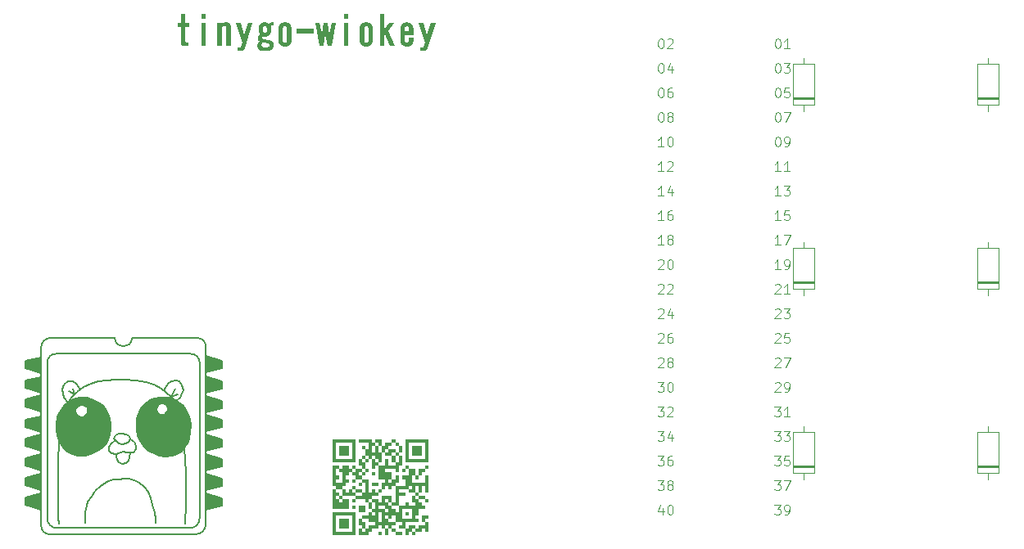
<source format=gbr>
%TF.GenerationSoftware,KiCad,Pcbnew,(7.0.0)*%
%TF.CreationDate,2023-02-28T08:24:30+09:00*%
%TF.ProjectId,wiokey,77696f6b-6579-42e6-9b69-6361645f7063,rev?*%
%TF.SameCoordinates,Original*%
%TF.FileFunction,Legend,Top*%
%TF.FilePolarity,Positive*%
%FSLAX46Y46*%
G04 Gerber Fmt 4.6, Leading zero omitted, Abs format (unit mm)*
G04 Created by KiCad (PCBNEW (7.0.0)) date 2023-02-28 08:24:30*
%MOMM*%
%LPD*%
G01*
G04 APERTURE LIST*
%ADD10C,0.150000*%
%ADD11C,0.100000*%
%ADD12C,0.120000*%
G04 APERTURE END LIST*
D10*
X132702300Y-99618800D02*
X132092700Y-99872800D01*
X133159500Y-99491800D02*
X132981700Y-99898200D01*
X130365500Y-111887000D02*
X130467100Y-112471200D01*
X133870700Y-101727000D02*
X133997700Y-102260400D01*
X134988300Y-112420400D02*
X134988300Y-96291400D01*
X125615700Y-105029000D02*
X125869700Y-104673400D01*
X130035300Y-100076000D02*
X130822700Y-99898200D01*
X132321300Y-100101400D02*
X132829300Y-100406200D01*
X127825500Y-104216200D02*
X127622300Y-104521000D01*
X129933700Y-110388400D02*
X130136900Y-111023400D01*
G36*
X118605300Y-97434400D02*
G01*
X116954300Y-96926400D01*
X116954300Y-96164400D01*
X118605300Y-95783400D01*
X118605300Y-97434400D01*
G37*
X118605300Y-97434400D02*
X116954300Y-96926400D01*
X116954300Y-96164400D01*
X118605300Y-95783400D01*
X118605300Y-97434400D01*
X131102100Y-101752400D02*
X131356100Y-101676200D01*
X123405900Y-101523800D02*
X123405900Y-101269800D01*
X123253500Y-101727000D02*
X123405900Y-101523800D01*
X123405900Y-101269800D02*
X123380500Y-100990400D01*
X121399300Y-100457000D02*
X121831100Y-99847400D01*
X126453900Y-106375200D02*
X126657100Y-106603800D01*
X131356100Y-101676200D02*
X131559300Y-101498400D01*
X119621300Y-93751400D02*
G75*
G03*
X118605300Y-94767400I0J-1016000D01*
G01*
X130797300Y-105968800D02*
X130238500Y-105714800D01*
G36*
X137274300Y-106324400D02*
G01*
X137274300Y-107086400D01*
X135623300Y-107467400D01*
X135623300Y-105816400D01*
X137274300Y-106324400D01*
G37*
X137274300Y-106324400D02*
X137274300Y-107086400D01*
X135623300Y-107467400D01*
X135623300Y-105816400D01*
X137274300Y-106324400D01*
X132448300Y-98983800D02*
X132092700Y-99872800D01*
X122339100Y-99339400D02*
X123024900Y-98831400D01*
X128460500Y-103276400D02*
X128460500Y-102717600D01*
G36*
X123413300Y-100909400D02*
G01*
X123202700Y-100761800D01*
X122948700Y-100660200D01*
X122669300Y-100711000D01*
X122288300Y-100939600D01*
X122186700Y-101142800D01*
X122186700Y-101447600D01*
X122288300Y-101727000D01*
X120396000Y-101714300D01*
X120510300Y-101447600D01*
X121069100Y-100685600D01*
X121399300Y-100457000D01*
X121932700Y-100126800D01*
X122542300Y-99949000D01*
X123355100Y-99949000D01*
X123413300Y-100909400D01*
G37*
X123413300Y-100909400D02*
X123202700Y-100761800D01*
X122948700Y-100660200D01*
X122669300Y-100711000D01*
X122288300Y-100939600D01*
X122186700Y-101142800D01*
X122186700Y-101447600D01*
X122288300Y-101727000D01*
X120396000Y-101714300D01*
X120510300Y-101447600D01*
X121069100Y-100685600D01*
X121399300Y-100457000D01*
X121932700Y-100126800D01*
X122542300Y-99949000D01*
X123355100Y-99949000D01*
X123413300Y-100909400D01*
X120459500Y-104394000D02*
X120383300Y-106680000D01*
X126657100Y-106603800D02*
X127012700Y-106756200D01*
X126098300Y-108407200D02*
X126631700Y-108381800D01*
X133972300Y-113436400D02*
G75*
G03*
X134988300Y-112420400I0J1016000D01*
G01*
X121069100Y-100685600D02*
X121399300Y-100457000D01*
X123736100Y-105765600D02*
X123126500Y-105943400D01*
X127063500Y-105537000D02*
X126631700Y-105664000D01*
X128384300Y-105283000D02*
X128155700Y-105613200D01*
X131076700Y-100533200D02*
X130822700Y-100634800D01*
X127800100Y-105638600D02*
X127495300Y-105587800D01*
X120459500Y-104394000D02*
X120256300Y-103809800D01*
X133896100Y-104165400D02*
X133718300Y-104648000D01*
X130848100Y-101676200D02*
X131102100Y-101752400D01*
G36*
X137274300Y-100287619D02*
G01*
X137274300Y-101049619D01*
X135623300Y-101430619D01*
X135623300Y-99779619D01*
X137274300Y-100287619D01*
G37*
X137274300Y-100287619D02*
X137274300Y-101049619D01*
X135623300Y-101430619D01*
X135623300Y-99779619D01*
X137274300Y-100287619D01*
X120383300Y-106680000D02*
X120408700Y-109220000D01*
X122262900Y-98526600D02*
X122682000Y-99085400D01*
X130568700Y-101041200D02*
X130543300Y-101295200D01*
X126301500Y-98069400D02*
X127317500Y-98044000D01*
X133134100Y-105486200D02*
X133438900Y-105105200D01*
X130670300Y-101523800D02*
X130848100Y-101676200D01*
X123202700Y-100761800D02*
X122948700Y-100660200D01*
X131559300Y-101498400D02*
X131686300Y-101269800D01*
G36*
X118605300Y-101371400D02*
G01*
X116954300Y-100863400D01*
X116954300Y-100101400D01*
X118605300Y-99720400D01*
X118605300Y-101371400D01*
G37*
X118605300Y-101371400D02*
X116954300Y-100863400D01*
X116954300Y-100101400D01*
X118605300Y-99720400D01*
X118605300Y-101371400D01*
X132118100Y-105968800D02*
X131457700Y-105994200D01*
X125641100Y-105435400D02*
X125615700Y-105029000D01*
X126403100Y-106019600D02*
X126453900Y-106375200D01*
X122542300Y-99949000D02*
X123355100Y-99949000D01*
X124777500Y-109093000D02*
X125514100Y-108585000D01*
X122288300Y-100939600D02*
X122186700Y-101142800D01*
X132829300Y-100406200D02*
X133286500Y-100787200D01*
X121831100Y-105791000D02*
X121323100Y-105537000D01*
X123126500Y-105943400D02*
X122440700Y-105968800D01*
X128765300Y-108737400D02*
X129273300Y-109143800D01*
X131000500Y-98983800D02*
X131584700Y-99390200D01*
G36*
X137274300Y-110388400D02*
G01*
X137274300Y-111150400D01*
X135623300Y-111531400D01*
X135623300Y-109880400D01*
X137274300Y-110388400D01*
G37*
X137274300Y-110388400D02*
X137274300Y-111150400D01*
X135623300Y-111531400D01*
X135623300Y-109880400D01*
X137274300Y-110388400D01*
X129222500Y-105003600D02*
X128816100Y-104444800D01*
X130238500Y-105714800D02*
X129705100Y-105410000D01*
X132676900Y-105765600D02*
X132118100Y-105968800D01*
X130543300Y-101295200D02*
X130670300Y-101523800D01*
X130822700Y-99898200D02*
X131483100Y-99923600D01*
X123024900Y-101930200D02*
X123253500Y-101727000D01*
X119240300Y-96291400D02*
X119240300Y-112420400D01*
X127774700Y-103911400D02*
X127825500Y-104216200D01*
X120408700Y-109220000D02*
X120408700Y-112344200D01*
X121856500Y-98247200D02*
X121373900Y-98221800D01*
G36*
X131483100Y-99923600D02*
G01*
X132321300Y-100101400D01*
X132829300Y-100406200D01*
X133286500Y-100787200D01*
X133591300Y-101219000D01*
X133870700Y-101727000D01*
X134073900Y-102844600D01*
X133896100Y-104165400D01*
X133718300Y-104648000D01*
X133438900Y-105105200D01*
X133134100Y-105486200D01*
X132676900Y-105765600D01*
X132118100Y-105968800D01*
X131457700Y-105994200D01*
X130797300Y-105968800D01*
X130238500Y-105714800D01*
X129705100Y-105410000D01*
X129222500Y-105003600D01*
X128816100Y-104444800D01*
X128612900Y-103886000D01*
X128460500Y-103276400D01*
X128460500Y-102717600D01*
X128536700Y-102158800D01*
X128663700Y-101600000D01*
X128943100Y-101066600D01*
X129603500Y-100330000D01*
X130035300Y-100076000D01*
X130670300Y-100787200D01*
X130568700Y-101041200D01*
X130543300Y-101295200D01*
X130670300Y-101523800D01*
X130848100Y-101676200D01*
X131102100Y-101752400D01*
X131356100Y-101676200D01*
X131559300Y-101498400D01*
X131686300Y-101269800D01*
X131686300Y-100965000D01*
X131559300Y-100736400D01*
X131330700Y-100558600D01*
X131076700Y-100533200D01*
X130822700Y-99898200D01*
X131483100Y-99923600D01*
G37*
X131483100Y-99923600D02*
X132321300Y-100101400D01*
X132829300Y-100406200D01*
X133286500Y-100787200D01*
X133591300Y-101219000D01*
X133870700Y-101727000D01*
X134073900Y-102844600D01*
X133896100Y-104165400D01*
X133718300Y-104648000D01*
X133438900Y-105105200D01*
X133134100Y-105486200D01*
X132676900Y-105765600D01*
X132118100Y-105968800D01*
X131457700Y-105994200D01*
X130797300Y-105968800D01*
X130238500Y-105714800D01*
X129705100Y-105410000D01*
X129222500Y-105003600D01*
X128816100Y-104444800D01*
X128612900Y-103886000D01*
X128460500Y-103276400D01*
X128460500Y-102717600D01*
X128536700Y-102158800D01*
X128663700Y-101600000D01*
X128943100Y-101066600D01*
X129603500Y-100330000D01*
X130035300Y-100076000D01*
X130670300Y-100787200D01*
X130568700Y-101041200D01*
X130543300Y-101295200D01*
X130670300Y-101523800D01*
X130848100Y-101676200D01*
X131102100Y-101752400D01*
X131356100Y-101676200D01*
X131559300Y-101498400D01*
X131686300Y-101269800D01*
X131686300Y-100965000D01*
X131559300Y-100736400D01*
X131330700Y-100558600D01*
X131076700Y-100533200D01*
X130822700Y-99898200D01*
X131483100Y-99923600D01*
X131483100Y-98933000D02*
X131737100Y-98475800D01*
X121932700Y-100126800D02*
X121399300Y-100457000D01*
X123380500Y-100990400D02*
X123202700Y-100761800D01*
X127012700Y-103682800D02*
X127419100Y-103759000D01*
X131584700Y-99390200D02*
X132092700Y-99872800D01*
X125768100Y-103352600D02*
X125641100Y-104114600D01*
X118605300Y-113182400D02*
G75*
G03*
X119494300Y-114071400I889000J0D01*
G01*
G36*
X118605300Y-103530400D02*
G01*
X116954300Y-103022400D01*
X116954300Y-102260400D01*
X118605300Y-101879400D01*
X118605300Y-103530400D01*
G37*
X118605300Y-103530400D02*
X116954300Y-103022400D01*
X116954300Y-102260400D01*
X118605300Y-101879400D01*
X118605300Y-103530400D01*
X128409700Y-98171000D02*
X129400300Y-98323400D01*
X129705100Y-109702600D02*
X129933700Y-110388400D01*
X121475500Y-99263200D02*
X122085100Y-99593400D01*
X126631700Y-108381800D02*
X127241300Y-108356400D01*
X126225300Y-93751400D02*
G75*
G03*
X128003300Y-93751400I889000J0D01*
G01*
X133438900Y-105105200D02*
X133540500Y-107619800D01*
X120942100Y-98602800D02*
X120789700Y-99110800D01*
X120688100Y-104724200D02*
X120459500Y-104394000D01*
X122948700Y-100660200D02*
X122669300Y-100711000D01*
X125641100Y-101828600D02*
X125768100Y-102539800D01*
X131292600Y-99187000D02*
X131483100Y-98933000D01*
X126631700Y-103682800D02*
X127012700Y-103682800D01*
X120408700Y-112344200D02*
X120459500Y-113004600D01*
X127673100Y-108356400D02*
X128231900Y-108508800D01*
G36*
X124015500Y-100152200D02*
G01*
X124548900Y-100431600D01*
X125031500Y-100812600D01*
X125387100Y-101269800D01*
X125641100Y-101828600D01*
X125768100Y-102539800D01*
X123423300Y-102569400D01*
X123380500Y-100990400D01*
X123355100Y-99949000D01*
X124015500Y-100152200D01*
G37*
X124015500Y-100152200D02*
X124548900Y-100431600D01*
X125031500Y-100812600D01*
X125387100Y-101269800D01*
X125641100Y-101828600D01*
X125768100Y-102539800D01*
X123423300Y-102569400D01*
X123380500Y-100990400D01*
X123355100Y-99949000D01*
X124015500Y-100152200D01*
X133565900Y-108712000D02*
X133591300Y-111048800D01*
G36*
X118605300Y-111531400D02*
G01*
X116954300Y-111023400D01*
X116954300Y-110261400D01*
X118605300Y-109880400D01*
X118605300Y-111531400D01*
G37*
X118605300Y-111531400D02*
X116954300Y-111023400D01*
X116954300Y-110261400D01*
X118605300Y-109880400D01*
X118605300Y-111531400D01*
X121831100Y-99847400D02*
X122339100Y-99339400D01*
X120281700Y-101981000D02*
X120510300Y-101447600D01*
X131559300Y-100736400D02*
X131330700Y-100558600D01*
X120256300Y-103809800D02*
X120180100Y-103251000D01*
X134099300Y-95402400D02*
X120129300Y-95402400D01*
X129400300Y-98323400D02*
X130238500Y-98602800D01*
X125768100Y-102539800D02*
X125768100Y-103352600D01*
X129603500Y-100330000D02*
X130035300Y-100076000D01*
G36*
X118605300Y-105435400D02*
G01*
X116954300Y-104927400D01*
X116954300Y-104165400D01*
X118605300Y-103784400D01*
X118605300Y-105435400D01*
G37*
X118605300Y-105435400D02*
X116954300Y-104927400D01*
X116954300Y-104165400D01*
X118605300Y-103784400D01*
X118605300Y-105435400D01*
G36*
X137274300Y-108356400D02*
G01*
X137274300Y-109118400D01*
X135623300Y-109499400D01*
X135623300Y-107848400D01*
X137274300Y-108356400D01*
G37*
X137274300Y-108356400D02*
X137274300Y-109118400D01*
X135623300Y-109499400D01*
X135623300Y-107848400D01*
X137274300Y-108356400D01*
X126301500Y-105765600D02*
X125895100Y-105714800D01*
X127723900Y-106095800D02*
X127800100Y-105638600D01*
X133591300Y-111048800D02*
X133515100Y-112979200D01*
X135623300Y-113055400D02*
X135623300Y-94640400D01*
X133184900Y-98628200D02*
X133311900Y-99161600D01*
X120840500Y-99542600D02*
X120967500Y-99898200D01*
X123151900Y-112445800D02*
X123177300Y-111760000D01*
X131686300Y-101269800D02*
X131686300Y-100965000D01*
X130136900Y-111023400D02*
X130365500Y-111887000D01*
G36*
X118605300Y-99466400D02*
G01*
X116954300Y-98958400D01*
X116954300Y-98196400D01*
X118605300Y-97815400D01*
X118605300Y-99466400D01*
G37*
X118605300Y-99466400D02*
X116954300Y-98958400D01*
X116954300Y-98196400D01*
X118605300Y-97815400D01*
X118605300Y-99466400D01*
X123024900Y-98831400D02*
X123736100Y-98526600D01*
X127241300Y-108356400D02*
X127673100Y-108356400D01*
X119240300Y-112420400D02*
G75*
G03*
X120256300Y-113436400I1016000J0D01*
G01*
X128155700Y-105613200D02*
X127800100Y-105638600D01*
X122542300Y-99949000D02*
X121932700Y-100126800D01*
X123177300Y-112928400D02*
X123151900Y-112445800D01*
X127622300Y-106476800D02*
X127723900Y-106095800D01*
X134073900Y-102844600D02*
X133997700Y-103505000D01*
X128460500Y-102717600D02*
X128536700Y-102158800D01*
X123355100Y-99949000D02*
X124015500Y-100152200D01*
X125336300Y-104698800D02*
X124879100Y-105181400D01*
X125387100Y-98145600D02*
X126301500Y-98069400D01*
X126276100Y-104368600D02*
X126149100Y-104140000D01*
X120789700Y-99110800D02*
X120840500Y-99542600D01*
X123304300Y-111150400D02*
X123456700Y-110693200D01*
X120891300Y-105105200D02*
X120688100Y-104724200D01*
G36*
X137274300Y-98274883D02*
G01*
X137274300Y-99036883D01*
X135623300Y-99417883D01*
X135623300Y-97766883D01*
X137274300Y-98274883D01*
G37*
X137274300Y-98274883D02*
X137274300Y-99036883D01*
X135623300Y-99417883D01*
X135623300Y-97766883D01*
X137274300Y-98274883D01*
X131787900Y-99974400D02*
X132321300Y-100101400D01*
X127393700Y-104673400D02*
X126987300Y-104775000D01*
X128943100Y-101066600D02*
X129247900Y-100711000D01*
X126326900Y-103835200D02*
X126631700Y-103682800D01*
X120180100Y-103251000D02*
X120180100Y-102616000D01*
X133997700Y-103505000D02*
X133896100Y-104165400D01*
X121856500Y-98247200D02*
X122262900Y-98526600D01*
G36*
X131076700Y-100533200D02*
G01*
X130822700Y-100634800D01*
X130670300Y-100787200D01*
X130035300Y-100076000D01*
X130822700Y-99898200D01*
X131076700Y-100533200D01*
G37*
X131076700Y-100533200D02*
X130822700Y-100634800D01*
X130670300Y-100787200D01*
X130035300Y-100076000D01*
X130822700Y-99898200D01*
X131076700Y-100533200D01*
X122288300Y-101727000D02*
X122516900Y-101904800D01*
G36*
X118605300Y-107467400D02*
G01*
X116954300Y-106959400D01*
X116954300Y-106197400D01*
X118605300Y-105816400D01*
X118605300Y-107467400D01*
G37*
X118605300Y-107467400D02*
X116954300Y-106959400D01*
X116954300Y-106197400D01*
X118605300Y-105816400D01*
X118605300Y-107467400D01*
X120256300Y-113436400D02*
X133972300Y-113436400D01*
G36*
X118605300Y-109499400D02*
G01*
X116954300Y-108991400D01*
X116954300Y-108229400D01*
X118605300Y-107848400D01*
X118605300Y-109499400D01*
G37*
X118605300Y-109499400D02*
X116954300Y-108991400D01*
X116954300Y-108229400D01*
X118605300Y-107848400D01*
X118605300Y-109499400D01*
X118605300Y-94767400D02*
X118605300Y-113182400D01*
X124548900Y-100431600D02*
X125031500Y-100812600D01*
X129705100Y-105410000D02*
X129222500Y-105003600D01*
X123812300Y-110159800D02*
X124218700Y-109626400D01*
X126225300Y-93751400D02*
X119621300Y-93751400D01*
X132092700Y-99872800D02*
X132321300Y-100101400D01*
G36*
X137274300Y-96164400D02*
G01*
X137274300Y-96926400D01*
X135623300Y-97307400D01*
X135623300Y-95656400D01*
X137274300Y-96164400D01*
G37*
X137274300Y-96164400D02*
X137274300Y-96926400D01*
X135623300Y-97307400D01*
X135623300Y-95656400D01*
X137274300Y-96164400D01*
X131483100Y-99923600D02*
X131787900Y-99974400D01*
X120815100Y-101041200D02*
X121069100Y-100685600D01*
X130822700Y-100634800D02*
X130670300Y-100787200D01*
X126631700Y-105664000D02*
X126301500Y-105765600D01*
X128536700Y-102158800D02*
X128663700Y-101600000D01*
X120967500Y-99898200D02*
X121399300Y-100457000D01*
X127825500Y-104216200D02*
X128206500Y-104546400D01*
X119494300Y-114071400D02*
X134607300Y-114071400D01*
X125514100Y-108585000D02*
X126098300Y-108407200D01*
X123177300Y-111760000D02*
X123304300Y-111150400D01*
X134734300Y-93751400D02*
X128003300Y-93751400D01*
X131686300Y-100965000D02*
X131559300Y-100736400D01*
X124548900Y-98272600D02*
X125387100Y-98145600D01*
X122186700Y-101142800D02*
X122186700Y-101447600D01*
X124218700Y-109626400D02*
X124777500Y-109093000D01*
X122516900Y-101904800D02*
X122770900Y-101981000D01*
X120180100Y-102616000D02*
X120281700Y-101981000D01*
X133311900Y-99161600D02*
X133159500Y-99491800D01*
X125641100Y-104114600D02*
X125336300Y-104698800D01*
X121323100Y-105537000D02*
X120891300Y-105105200D01*
X128206500Y-104546400D02*
X128384300Y-104902000D01*
X128612900Y-103886000D02*
X128460500Y-103276400D01*
X124294900Y-105562400D02*
X123736100Y-105765600D01*
X131330700Y-100558600D02*
X131076700Y-100533200D01*
X133286500Y-100787200D02*
X133591300Y-101219000D01*
X124879100Y-105181400D02*
X124294900Y-105562400D01*
X130467100Y-112471200D02*
X130467100Y-112903000D01*
X125387100Y-101269800D02*
X125641100Y-101828600D01*
X132041900Y-98247200D02*
X132549900Y-98120200D01*
X127317500Y-98044000D02*
X128409700Y-98171000D01*
X132549900Y-98120200D02*
X132880100Y-98272600D01*
X128663700Y-101600000D02*
X128943100Y-101066600D01*
G36*
X137274300Y-102260400D02*
G01*
X137274300Y-103022400D01*
X135623300Y-103403400D01*
X135623300Y-101752400D01*
X137274300Y-102260400D01*
G37*
X137274300Y-102260400D02*
X137274300Y-103022400D01*
X135623300Y-103403400D01*
X135623300Y-101752400D01*
X137274300Y-102260400D01*
X124015500Y-100152200D02*
X124548900Y-100431600D01*
X129247900Y-100711000D02*
X129603500Y-100330000D01*
X126631700Y-104673400D02*
X126276100Y-104368600D01*
X133540500Y-107619800D02*
X133565900Y-108712000D01*
X130670300Y-100787200D02*
X130568700Y-101041200D01*
X126149100Y-104140000D02*
X126326900Y-103835200D01*
X126466600Y-105714800D02*
X126403100Y-106019600D01*
X128231900Y-108508800D02*
X128765300Y-108737400D01*
X127012700Y-106756200D02*
X127393700Y-106680000D01*
X122186700Y-101447600D02*
X122288300Y-101727000D01*
X130238500Y-98602800D02*
X131000500Y-98983800D01*
X127622300Y-104521000D02*
X127393700Y-104673400D01*
X128816100Y-104444800D02*
X128612900Y-103886000D01*
X127393700Y-106680000D02*
X127622300Y-106476800D01*
X126987300Y-104775000D02*
X126631700Y-104673400D01*
X125895100Y-105714800D02*
X125641100Y-105435400D01*
X134988300Y-96291400D02*
G75*
G03*
X134099300Y-95402400I-889000J0D01*
G01*
X135623300Y-94640400D02*
G75*
G03*
X134734300Y-93751400I-889000J0D01*
G01*
X120510300Y-101447600D02*
X120815100Y-101041200D01*
X123736100Y-98526600D02*
X124548900Y-98272600D01*
X120129300Y-95402400D02*
G75*
G03*
X119240300Y-96291400I0J-889000D01*
G01*
X132880100Y-98272600D02*
X133184900Y-98628200D01*
X127495300Y-105587800D02*
X127063500Y-105537000D01*
X125031500Y-100812600D02*
X125387100Y-101269800D01*
X131737100Y-98475800D02*
X132041900Y-98247200D01*
X133591300Y-101219000D02*
X133870700Y-101727000D01*
X127419100Y-103759000D02*
X127774700Y-103911400D01*
X133997700Y-102260400D02*
X134073900Y-102844600D01*
X123456700Y-110693200D02*
X123812300Y-110159800D01*
X122770900Y-101981000D02*
X123024900Y-101930200D01*
X131457700Y-105994200D02*
X130797300Y-105968800D01*
X133718300Y-104648000D02*
X133438900Y-105105200D01*
X129273300Y-109143800D02*
X129705100Y-109702600D01*
X125869700Y-104673400D02*
X126276100Y-104368600D01*
X133134100Y-105486200D02*
X132676900Y-105765600D01*
X132981700Y-99898200D02*
X132575300Y-100253800D01*
X121373900Y-98221800D02*
X120942100Y-98602800D01*
G36*
X125768100Y-102539800D02*
G01*
X125768100Y-103352600D01*
X125641100Y-104114600D01*
X125336300Y-104698800D01*
X124879100Y-105181400D01*
X124294900Y-105562400D01*
X123126500Y-105943400D01*
X122440700Y-105968800D01*
X121831100Y-105791000D01*
X121323100Y-105537000D01*
X120891300Y-105105200D01*
X120459500Y-104394000D01*
X120256300Y-103809800D01*
X120180100Y-103251000D01*
X120180100Y-102616000D01*
X120281700Y-101981000D01*
X120396000Y-101714300D01*
X122288300Y-101727000D01*
X122516900Y-101904800D01*
X122770900Y-101981000D01*
X123024900Y-101930200D01*
X123329700Y-101625400D01*
X125768100Y-102539800D01*
G37*
X125768100Y-102539800D02*
X125768100Y-103352600D01*
X125641100Y-104114600D01*
X125336300Y-104698800D01*
X124879100Y-105181400D01*
X124294900Y-105562400D01*
X123126500Y-105943400D01*
X122440700Y-105968800D01*
X121831100Y-105791000D01*
X121323100Y-105537000D01*
X120891300Y-105105200D01*
X120459500Y-104394000D01*
X120256300Y-103809800D01*
X120180100Y-103251000D01*
X120180100Y-102616000D01*
X120281700Y-101981000D01*
X120396000Y-101714300D01*
X122288300Y-101727000D01*
X122516900Y-101904800D01*
X122770900Y-101981000D01*
X123024900Y-101930200D01*
X123329700Y-101625400D01*
X125768100Y-102539800D01*
X134607300Y-114071400D02*
G75*
G03*
X135623300Y-113055400I0J1016000D01*
G01*
X122669300Y-100711000D02*
X122288300Y-100939600D01*
X122440700Y-105968800D02*
X121831100Y-105791000D01*
X121932700Y-98983800D02*
X122085100Y-99593400D01*
G36*
X137274300Y-104292400D02*
G01*
X137274300Y-105054400D01*
X135623300Y-105435400D01*
X135623300Y-103784400D01*
X137274300Y-104292400D01*
G37*
X137274300Y-104292400D02*
X137274300Y-105054400D01*
X135623300Y-105435400D01*
X135623300Y-103784400D01*
X137274300Y-104292400D01*
X128384300Y-104902000D02*
X128384300Y-105283000D01*
G36*
X133519371Y-61123959D02*
G01*
X133898192Y-61123959D01*
X133898192Y-61592173D01*
X133519371Y-61592173D01*
X133519371Y-63052501D01*
X133521786Y-63085853D01*
X133531060Y-63118413D01*
X133547289Y-63142834D01*
X133575013Y-63161036D01*
X133606311Y-63167819D01*
X133618290Y-63168272D01*
X133865219Y-63168272D01*
X133865219Y-63563945D01*
X133387480Y-63563945D01*
X133347552Y-63562591D01*
X133310200Y-63558530D01*
X133275424Y-63551761D01*
X133243224Y-63542284D01*
X133213600Y-63530099D01*
X133186552Y-63515207D01*
X133162080Y-63497607D01*
X133140184Y-63477300D01*
X133120864Y-63454285D01*
X133104120Y-63428562D01*
X133089952Y-63400132D01*
X133078360Y-63368993D01*
X133069344Y-63335148D01*
X133062904Y-63298594D01*
X133059040Y-63259333D01*
X133057752Y-63217364D01*
X133057752Y-61592173D01*
X132695052Y-61592173D01*
X132695052Y-61123959D01*
X133057752Y-61123959D01*
X133057752Y-60200721D01*
X133519371Y-60200721D01*
X133519371Y-61123959D01*
G37*
G36*
X135650879Y-60695313D02*
G01*
X135189260Y-60695313D01*
X135189260Y-60200721D01*
X135650879Y-60200721D01*
X135650879Y-60695313D01*
G37*
G36*
X135650879Y-63563945D02*
G01*
X135189260Y-63563945D01*
X135189260Y-61123959D01*
X135650879Y-61123959D01*
X135650879Y-63563945D01*
G37*
G36*
X138211032Y-63563945D02*
G01*
X137749413Y-63563945D01*
X137749413Y-61618551D01*
X137748254Y-61589253D01*
X137743971Y-61559500D01*
X137735213Y-61531336D01*
X137718469Y-61504889D01*
X137716440Y-61502780D01*
X137693099Y-61483651D01*
X137666672Y-61469220D01*
X137637160Y-61459488D01*
X137604562Y-61454454D01*
X137584549Y-61453687D01*
X137547375Y-61456000D01*
X137510223Y-61462938D01*
X137473094Y-61474501D01*
X137445263Y-61486209D01*
X137417444Y-61500519D01*
X137389638Y-61517430D01*
X137361846Y-61536943D01*
X137334066Y-61559058D01*
X137306298Y-61583775D01*
X137287794Y-61601698D01*
X137287794Y-63563945D01*
X136826175Y-63563945D01*
X136826175Y-61123959D01*
X137287794Y-61123959D01*
X137287794Y-61238997D01*
X137316580Y-61221074D01*
X137345233Y-61204307D01*
X137373755Y-61188697D01*
X137402146Y-61174243D01*
X137430404Y-61160945D01*
X137458531Y-61148803D01*
X137486527Y-61137818D01*
X137514390Y-61127989D01*
X137555939Y-61115414D01*
X137597192Y-61105440D01*
X137638148Y-61098069D01*
X137678808Y-61093299D01*
X137719172Y-61091131D01*
X137732560Y-61090986D01*
X137771939Y-61091997D01*
X137809566Y-61095031D01*
X137845441Y-61100086D01*
X137879564Y-61107164D01*
X137911936Y-61116263D01*
X137942556Y-61127385D01*
X137971424Y-61140529D01*
X137998541Y-61155695D01*
X138023906Y-61172884D01*
X138047519Y-61192094D01*
X138062288Y-61206025D01*
X138088870Y-61234777D01*
X138112838Y-61265255D01*
X138134191Y-61297460D01*
X138152929Y-61331390D01*
X138169053Y-61367046D01*
X138182562Y-61404428D01*
X138193456Y-61443536D01*
X138201736Y-61484370D01*
X138207401Y-61526930D01*
X138209725Y-61556262D01*
X138210887Y-61586361D01*
X138211032Y-61601698D01*
X138211032Y-63563945D01*
G37*
G36*
X139617138Y-62458990D02*
G01*
X139979839Y-61123959D01*
X140474431Y-61123959D01*
X139683084Y-63745662D01*
X139670009Y-63785590D01*
X139655515Y-63822942D01*
X139639601Y-63857718D01*
X139622267Y-63889918D01*
X139603514Y-63919542D01*
X139583341Y-63946590D01*
X139561749Y-63971062D01*
X139538736Y-63992958D01*
X139514304Y-64012278D01*
X139488453Y-64029022D01*
X139461182Y-64043190D01*
X139432491Y-64054782D01*
X139402380Y-64063798D01*
X139370850Y-64070238D01*
X139337900Y-64074102D01*
X139303530Y-64075390D01*
X138874884Y-64075390D01*
X138874884Y-63695836D01*
X139056601Y-63695836D01*
X139086296Y-63695031D01*
X139118720Y-63691940D01*
X139147640Y-63686530D01*
X139176952Y-63677289D01*
X139204612Y-63662863D01*
X139226376Y-63642127D01*
X139244974Y-63614306D01*
X139260434Y-63584038D01*
X139272776Y-63555187D01*
X139285095Y-63522214D01*
X139297391Y-63485120D01*
X139303530Y-63465027D01*
X139386329Y-63184392D01*
X138775966Y-61123959D01*
X139270558Y-61123959D01*
X139617138Y-62458990D01*
G37*
G36*
X141731535Y-61091693D02*
G01*
X141763735Y-61093814D01*
X141795420Y-61097349D01*
X141826590Y-61102298D01*
X141857244Y-61108660D01*
X141887383Y-61116437D01*
X141917007Y-61125628D01*
X141946116Y-61136232D01*
X141974709Y-61148251D01*
X142002788Y-61161683D01*
X142030351Y-61176529D01*
X142057399Y-61192790D01*
X142083932Y-61210464D01*
X142109949Y-61229552D01*
X142135452Y-61250054D01*
X142160439Y-61271970D01*
X142179714Y-61242507D01*
X142200444Y-61215942D01*
X142222630Y-61192275D01*
X142246271Y-61171506D01*
X142271368Y-61153635D01*
X142297920Y-61138662D01*
X142325928Y-61126587D01*
X142355391Y-61117410D01*
X142386309Y-61111131D01*
X142418683Y-61107750D01*
X142441074Y-61107106D01*
X142638911Y-61107106D01*
X142638911Y-61436834D01*
X142507020Y-61436834D01*
X142472469Y-61438856D01*
X142441174Y-61444920D01*
X142413135Y-61455027D01*
X142383786Y-61472492D01*
X142359125Y-61495779D01*
X142342156Y-61519632D01*
X142353662Y-61553887D01*
X142363634Y-61590707D01*
X142370106Y-61620005D01*
X142375715Y-61650745D01*
X142380461Y-61682928D01*
X142384345Y-61716553D01*
X142387365Y-61751621D01*
X142389523Y-61788132D01*
X142390817Y-61826085D01*
X142391248Y-61865480D01*
X142390604Y-61910045D01*
X142388672Y-61953064D01*
X142385452Y-61994538D01*
X142380944Y-62034466D01*
X142375148Y-62072848D01*
X142368064Y-62109685D01*
X142359692Y-62144976D01*
X142350032Y-62178722D01*
X142339084Y-62210922D01*
X142326848Y-62241576D01*
X142313324Y-62270685D01*
X142298513Y-62298248D01*
X142282413Y-62324266D01*
X142265025Y-62348738D01*
X142246349Y-62371664D01*
X142226385Y-62393045D01*
X142203567Y-62415050D01*
X142180360Y-62435635D01*
X142156764Y-62454800D01*
X142132778Y-62472546D01*
X142108404Y-62488872D01*
X142071112Y-62510699D01*
X142032944Y-62529332D01*
X141993901Y-62544771D01*
X141953981Y-62557016D01*
X141913186Y-62566066D01*
X141871515Y-62571922D01*
X141828968Y-62574584D01*
X141814591Y-62574762D01*
X141781247Y-62574324D01*
X141749358Y-62573010D01*
X141718925Y-62570820D01*
X141680611Y-62566538D01*
X141644885Y-62560699D01*
X141611746Y-62553303D01*
X141581195Y-62544350D01*
X141553231Y-62533840D01*
X141533956Y-62524936D01*
X141505511Y-62546637D01*
X141481998Y-62568324D01*
X141458322Y-62597221D01*
X141443415Y-62626095D01*
X141437279Y-62654947D01*
X141441941Y-62690978D01*
X141455536Y-62719778D01*
X141477902Y-62748555D01*
X141484863Y-62755745D01*
X141510543Y-62776182D01*
X141536580Y-62791163D01*
X141568426Y-62805849D01*
X141606080Y-62820238D01*
X141634411Y-62829666D01*
X141665323Y-62838962D01*
X141698816Y-62848127D01*
X141734892Y-62857160D01*
X141773549Y-62866062D01*
X141814788Y-62874832D01*
X141858608Y-62883470D01*
X141905011Y-62891976D01*
X141953995Y-62900351D01*
X141979455Y-62904489D01*
X142029836Y-62912990D01*
X142078030Y-62922006D01*
X142124037Y-62931537D01*
X142167858Y-62941584D01*
X142209492Y-62952145D01*
X142248939Y-62963222D01*
X142286199Y-62974814D01*
X142321273Y-62986921D01*
X142354160Y-62999544D01*
X142384860Y-63012681D01*
X142413373Y-63026334D01*
X142439700Y-63040502D01*
X142475090Y-63062720D01*
X142505560Y-63086097D01*
X142523140Y-63102326D01*
X142546710Y-63127925D01*
X142567962Y-63155263D01*
X142586896Y-63184339D01*
X142603511Y-63215155D01*
X142617808Y-63247709D01*
X142629786Y-63282002D01*
X142639446Y-63318034D01*
X142646788Y-63355804D01*
X142651811Y-63395314D01*
X142654516Y-63436562D01*
X142655031Y-63465027D01*
X142653292Y-63505133D01*
X142648076Y-63544943D01*
X142639382Y-63584456D01*
X142627210Y-63623674D01*
X142611561Y-63662595D01*
X142592434Y-63701220D01*
X142577751Y-63726805D01*
X142561522Y-63752259D01*
X142543748Y-63777581D01*
X142524428Y-63802772D01*
X142503562Y-63827830D01*
X142481151Y-63852757D01*
X142457194Y-63877553D01*
X142431305Y-63901510D01*
X142403098Y-63923921D01*
X142372572Y-63944786D01*
X142339728Y-63964106D01*
X142304566Y-63981881D01*
X142267085Y-63998110D01*
X142227286Y-64012793D01*
X142185169Y-64025930D01*
X142140733Y-64037522D01*
X142093978Y-64047569D01*
X142044905Y-64056070D01*
X141993514Y-64063025D01*
X141939805Y-64068434D01*
X141883777Y-64072298D01*
X141825430Y-64074617D01*
X141795388Y-64075196D01*
X141764766Y-64075390D01*
X141735212Y-64075229D01*
X141677939Y-64073941D01*
X141623111Y-64071365D01*
X141570726Y-64067501D01*
X141520786Y-64062349D01*
X141473291Y-64055909D01*
X141428239Y-64048181D01*
X141385632Y-64039165D01*
X141345470Y-64028861D01*
X141307751Y-64017269D01*
X141272477Y-64004389D01*
X141239647Y-63990221D01*
X141209262Y-63974765D01*
X141181321Y-63958021D01*
X141155824Y-63939989D01*
X141132772Y-63920669D01*
X141122163Y-63910526D01*
X141092700Y-63879176D01*
X141066135Y-63846950D01*
X141042468Y-63813848D01*
X141021699Y-63779871D01*
X141003828Y-63745018D01*
X140988855Y-63709289D01*
X140976780Y-63672684D01*
X140967603Y-63635203D01*
X140961324Y-63596846D01*
X140957943Y-63557614D01*
X140957299Y-63530972D01*
X140958329Y-63498257D01*
X140961420Y-63466057D01*
X140964328Y-63448174D01*
X141385945Y-63448174D01*
X141389274Y-63489553D01*
X141399263Y-63526862D01*
X141415910Y-63560101D01*
X141439217Y-63589270D01*
X141469182Y-63614369D01*
X141505806Y-63635398D01*
X141533922Y-63647156D01*
X141564997Y-63657105D01*
X141599032Y-63665245D01*
X141636026Y-63671576D01*
X141675979Y-63676098D01*
X141718893Y-63678812D01*
X141764766Y-63679716D01*
X141818713Y-63678941D01*
X141869179Y-63676614D01*
X141916166Y-63672735D01*
X141959671Y-63667306D01*
X141999697Y-63660325D01*
X142036241Y-63651792D01*
X142069306Y-63641709D01*
X142098890Y-63630074D01*
X142136740Y-63609713D01*
X142166759Y-63585861D01*
X142188947Y-63558519D01*
X142203304Y-63527686D01*
X142209829Y-63493363D01*
X142210265Y-63481147D01*
X142209048Y-63451451D01*
X142204377Y-63419028D01*
X142196202Y-63390108D01*
X142182238Y-63360796D01*
X142163504Y-63336253D01*
X142160439Y-63333136D01*
X142132962Y-63312447D01*
X142103217Y-63296946D01*
X142065642Y-63281458D01*
X142036241Y-63271140D01*
X142003360Y-63260827D01*
X141966999Y-63250520D01*
X141927157Y-63240219D01*
X141883834Y-63229924D01*
X141837031Y-63219634D01*
X141786747Y-63209350D01*
X141732983Y-63199072D01*
X141675739Y-63188800D01*
X141645812Y-63183665D01*
X141615014Y-63178533D01*
X141583347Y-63173401D01*
X141550809Y-63168272D01*
X141521346Y-63187540D01*
X141494781Y-63208251D01*
X141471114Y-63230405D01*
X141450345Y-63254001D01*
X141432474Y-63279040D01*
X141417501Y-63305521D01*
X141405426Y-63333445D01*
X141396249Y-63362811D01*
X141389970Y-63393620D01*
X141386589Y-63425872D01*
X141385945Y-63448174D01*
X140964328Y-63448174D01*
X140966572Y-63434372D01*
X140973785Y-63403203D01*
X140983059Y-63372548D01*
X140994393Y-63342409D01*
X141007788Y-63312785D01*
X141023244Y-63283676D01*
X141040761Y-63255083D01*
X141060339Y-63227004D01*
X141081977Y-63199441D01*
X141105676Y-63172393D01*
X141131436Y-63145860D01*
X141159257Y-63119843D01*
X141189139Y-63094340D01*
X141221081Y-63069353D01*
X141182714Y-63052238D01*
X141148120Y-63031941D01*
X141117300Y-63008463D01*
X141090255Y-62981804D01*
X141066983Y-62951963D01*
X141047484Y-62918941D01*
X141031760Y-62882737D01*
X141019810Y-62843352D01*
X141011633Y-62800786D01*
X141008278Y-62770641D01*
X141006601Y-62739082D01*
X141006392Y-62722773D01*
X141008710Y-62688690D01*
X141015665Y-62654311D01*
X141027257Y-62619636D01*
X141043486Y-62584665D01*
X141064351Y-62549397D01*
X141089854Y-62513833D01*
X141109431Y-62489960D01*
X141131070Y-62465954D01*
X141154769Y-62441817D01*
X141180529Y-62417548D01*
X141208350Y-62393148D01*
X141238231Y-62368616D01*
X141270174Y-62343952D01*
X141246217Y-62316666D01*
X141223806Y-62288482D01*
X141202940Y-62259399D01*
X141183620Y-62229417D01*
X141165846Y-62198537D01*
X141149617Y-62166758D01*
X141134934Y-62134080D01*
X141121796Y-62100503D01*
X141110204Y-62066028D01*
X141100158Y-62030653D01*
X141091657Y-61994380D01*
X141084702Y-61957209D01*
X141079292Y-61919138D01*
X141075428Y-61880169D01*
X141073110Y-61840301D01*
X141072962Y-61832508D01*
X141517836Y-61832508D01*
X141518672Y-61874476D01*
X141521179Y-61913737D01*
X141525358Y-61950291D01*
X141531208Y-61984137D01*
X141538730Y-62015275D01*
X141547924Y-62043705D01*
X141564848Y-62081274D01*
X141585533Y-62112750D01*
X141609980Y-62138135D01*
X141638187Y-62157427D01*
X141670155Y-62170627D01*
X141705884Y-62177734D01*
X141731793Y-62179088D01*
X141770160Y-62176042D01*
X141804754Y-62166904D01*
X141835573Y-62151673D01*
X141862619Y-62130350D01*
X141885891Y-62102935D01*
X141905389Y-62069428D01*
X141921114Y-62029828D01*
X141929500Y-62000044D01*
X141936209Y-61967552D01*
X141941241Y-61932353D01*
X141944595Y-61894445D01*
X141946273Y-61853830D01*
X141946482Y-61832508D01*
X141945644Y-61790628D01*
X141943128Y-61751449D01*
X141938935Y-61714973D01*
X141933064Y-61681199D01*
X141925516Y-61650127D01*
X141916292Y-61621756D01*
X141899309Y-61584267D01*
X141878553Y-61552857D01*
X141854023Y-61527526D01*
X141825719Y-61508275D01*
X141793642Y-61495103D01*
X141757790Y-61488011D01*
X141731793Y-61486660D01*
X141693556Y-61489699D01*
X141659081Y-61498818D01*
X141628366Y-61514017D01*
X141601413Y-61535295D01*
X141578220Y-61562652D01*
X141558789Y-61596088D01*
X141543118Y-61635604D01*
X141534760Y-61665325D01*
X141528074Y-61697748D01*
X141523060Y-61732874D01*
X141519717Y-61770701D01*
X141518045Y-61811230D01*
X141517836Y-61832508D01*
X141072962Y-61832508D01*
X141072337Y-61799535D01*
X141073110Y-61758834D01*
X141075428Y-61719164D01*
X141079292Y-61680524D01*
X141084702Y-61642914D01*
X141091657Y-61606335D01*
X141100158Y-61570786D01*
X141110204Y-61536268D01*
X141121796Y-61502780D01*
X141134934Y-61470322D01*
X141149617Y-61438895D01*
X141165846Y-61408498D01*
X141183620Y-61379132D01*
X141202940Y-61350796D01*
X141223806Y-61323490D01*
X141246217Y-61297215D01*
X141270174Y-61271970D01*
X141293143Y-61250054D01*
X141316622Y-61229552D01*
X141340610Y-61210464D01*
X141365108Y-61192790D01*
X141390115Y-61176529D01*
X141415632Y-61161683D01*
X141454862Y-61142065D01*
X141495239Y-61125628D01*
X141536762Y-61112372D01*
X141579431Y-61102298D01*
X141608514Y-61097349D01*
X141638107Y-61093814D01*
X141668209Y-61091693D01*
X141698820Y-61090986D01*
X141731535Y-61091693D01*
G37*
G36*
X143854779Y-61107750D02*
G01*
X143894063Y-61109682D01*
X143932059Y-61112902D01*
X143968767Y-61117410D01*
X144004187Y-61123206D01*
X144038319Y-61130290D01*
X144071163Y-61138662D01*
X144102719Y-61148322D01*
X144132987Y-61159270D01*
X144161967Y-61171506D01*
X144189659Y-61185030D01*
X144216063Y-61199842D01*
X144241179Y-61215942D01*
X144265007Y-61233330D01*
X144298334Y-61261827D01*
X144308799Y-61271970D01*
X144330715Y-61295197D01*
X144351217Y-61319449D01*
X144370305Y-61344725D01*
X144387980Y-61371026D01*
X144404240Y-61398352D01*
X144419086Y-61426702D01*
X144432519Y-61456077D01*
X144444537Y-61486476D01*
X144455142Y-61517901D01*
X144464332Y-61550350D01*
X144472109Y-61583823D01*
X144478472Y-61618322D01*
X144483420Y-61653845D01*
X144486955Y-61690393D01*
X144489076Y-61727965D01*
X144489783Y-61766562D01*
X144489783Y-62937462D01*
X144489076Y-62976059D01*
X144486955Y-63013632D01*
X144483420Y-63050179D01*
X144478472Y-63085702D01*
X144472109Y-63120201D01*
X144464332Y-63153674D01*
X144455142Y-63186123D01*
X144444537Y-63217548D01*
X144432519Y-63247947D01*
X144419086Y-63277322D01*
X144404240Y-63305673D01*
X144387980Y-63332998D01*
X144370305Y-63359299D01*
X144351217Y-63384575D01*
X144330715Y-63408827D01*
X144308799Y-63432054D01*
X144276438Y-63461517D01*
X144253254Y-63479549D01*
X144228782Y-63496293D01*
X144203022Y-63511749D01*
X144175974Y-63525917D01*
X144147638Y-63538797D01*
X144118014Y-63550389D01*
X144087102Y-63560693D01*
X144054902Y-63569709D01*
X144021414Y-63577437D01*
X143986638Y-63583877D01*
X143950574Y-63589029D01*
X143913222Y-63592893D01*
X143874582Y-63595469D01*
X143834654Y-63596757D01*
X143814207Y-63596918D01*
X143773635Y-63596274D01*
X143734351Y-63594342D01*
X143696355Y-63591122D01*
X143659647Y-63586614D01*
X143624227Y-63580818D01*
X143590095Y-63573734D01*
X143557251Y-63565362D01*
X143525695Y-63555702D01*
X143495427Y-63544754D01*
X143466447Y-63532518D01*
X143438755Y-63518994D01*
X143412351Y-63504182D01*
X143387235Y-63488082D01*
X143363408Y-63470694D01*
X143330081Y-63442197D01*
X143319616Y-63432054D01*
X143297611Y-63408827D01*
X143277026Y-63384575D01*
X143257860Y-63359299D01*
X143240114Y-63332998D01*
X143223788Y-63305673D01*
X143208882Y-63277322D01*
X143195395Y-63247947D01*
X143183328Y-63217548D01*
X143172681Y-63186123D01*
X143163453Y-63153674D01*
X143155645Y-63120201D01*
X143149256Y-63085702D01*
X143144287Y-63050179D01*
X143140738Y-63013632D01*
X143139204Y-62986555D01*
X143599518Y-62986555D01*
X143601128Y-63016662D01*
X143607310Y-63050665D01*
X143618129Y-63082350D01*
X143633585Y-63111716D01*
X143653678Y-63138764D01*
X143665463Y-63151419D01*
X143689611Y-63170833D01*
X143718457Y-63185479D01*
X143746922Y-63194238D01*
X143778839Y-63199493D01*
X143814207Y-63201244D01*
X143843903Y-63200028D01*
X143876326Y-63195357D01*
X143905246Y-63187182D01*
X143934558Y-63173218D01*
X143959101Y-63154484D01*
X143962218Y-63151419D01*
X143984630Y-63125530D01*
X144002404Y-63097323D01*
X144015542Y-63066797D01*
X144024042Y-63033953D01*
X144027584Y-63004812D01*
X144028164Y-62986555D01*
X144028164Y-61717469D01*
X144026554Y-61687362D01*
X144020372Y-61653359D01*
X144009552Y-61621674D01*
X143994096Y-61592308D01*
X143974004Y-61565260D01*
X143962218Y-61552605D01*
X143938356Y-61533191D01*
X143909725Y-61518545D01*
X143881389Y-61509786D01*
X143849550Y-61504531D01*
X143814207Y-61502780D01*
X143784494Y-61503996D01*
X143752002Y-61508667D01*
X143722962Y-61516842D01*
X143693444Y-61530807D01*
X143668625Y-61549540D01*
X143665463Y-61552605D01*
X143643052Y-61578494D01*
X143625278Y-61606701D01*
X143612140Y-61637227D01*
X143603639Y-61670071D01*
X143600097Y-61699212D01*
X143599518Y-61717469D01*
X143599518Y-62986555D01*
X143139204Y-62986555D01*
X143138609Y-62976059D01*
X143137899Y-62937462D01*
X143137899Y-61766562D01*
X143138609Y-61727965D01*
X143140738Y-61690393D01*
X143144287Y-61653845D01*
X143149256Y-61618322D01*
X143155645Y-61583823D01*
X143163453Y-61550350D01*
X143172681Y-61517901D01*
X143183328Y-61486476D01*
X143195395Y-61456077D01*
X143208882Y-61426702D01*
X143223788Y-61398352D01*
X143240114Y-61371026D01*
X143257860Y-61344725D01*
X143277026Y-61319449D01*
X143297611Y-61295197D01*
X143319616Y-61271970D01*
X143351977Y-61242507D01*
X143375160Y-61224475D01*
X143399632Y-61207731D01*
X143425392Y-61192275D01*
X143452440Y-61178107D01*
X143480776Y-61165227D01*
X143510400Y-61153635D01*
X143541312Y-61143331D01*
X143573512Y-61134315D01*
X143607000Y-61126587D01*
X143641776Y-61120147D01*
X143677840Y-61114995D01*
X143715192Y-61111131D01*
X143753832Y-61108555D01*
X143793760Y-61107267D01*
X143814207Y-61107106D01*
X143854779Y-61107750D01*
G37*
G36*
X146819127Y-62234775D02*
G01*
X145005624Y-62234775D01*
X145005624Y-61766562D01*
X146819127Y-61766562D01*
X146819127Y-62234775D01*
G37*
G36*
X147598750Y-62343952D02*
G01*
X147796587Y-61123959D01*
X148225233Y-61123959D01*
X148423070Y-62343952D01*
X148620907Y-61123959D01*
X149066405Y-61123959D01*
X148620907Y-63563945D01*
X148225233Y-63563945D01*
X147994424Y-62294127D01*
X147813440Y-63563945D01*
X147417766Y-63563945D01*
X146972267Y-61123959D01*
X147400913Y-61123959D01*
X147598750Y-62343952D01*
G37*
G36*
X150340620Y-60695313D02*
G01*
X149879001Y-60695313D01*
X149879001Y-60200721D01*
X150340620Y-60200721D01*
X150340620Y-60695313D01*
G37*
G36*
X150340620Y-63563945D02*
G01*
X149879001Y-63563945D01*
X149879001Y-61123959D01*
X150340620Y-61123959D01*
X150340620Y-63563945D01*
G37*
G36*
X152248917Y-61107750D02*
G01*
X152288201Y-61109682D01*
X152326197Y-61112902D01*
X152362905Y-61117410D01*
X152398325Y-61123206D01*
X152432457Y-61130290D01*
X152465301Y-61138662D01*
X152496857Y-61148322D01*
X152527125Y-61159270D01*
X152556105Y-61171506D01*
X152583797Y-61185030D01*
X152610201Y-61199842D01*
X152635317Y-61215942D01*
X152659145Y-61233330D01*
X152692472Y-61261827D01*
X152702937Y-61271970D01*
X152724853Y-61295197D01*
X152745355Y-61319449D01*
X152764443Y-61344725D01*
X152782118Y-61371026D01*
X152798378Y-61398352D01*
X152813224Y-61426702D01*
X152826657Y-61456077D01*
X152838675Y-61486476D01*
X152849280Y-61517901D01*
X152858470Y-61550350D01*
X152866247Y-61583823D01*
X152872610Y-61618322D01*
X152877558Y-61653845D01*
X152881093Y-61690393D01*
X152883214Y-61727965D01*
X152883921Y-61766562D01*
X152883921Y-62937462D01*
X152883214Y-62976059D01*
X152881093Y-63013632D01*
X152877558Y-63050179D01*
X152872610Y-63085702D01*
X152866247Y-63120201D01*
X152858470Y-63153674D01*
X152849280Y-63186123D01*
X152838675Y-63217548D01*
X152826657Y-63247947D01*
X152813224Y-63277322D01*
X152798378Y-63305673D01*
X152782118Y-63332998D01*
X152764443Y-63359299D01*
X152745355Y-63384575D01*
X152724853Y-63408827D01*
X152702937Y-63432054D01*
X152670576Y-63461517D01*
X152647392Y-63479549D01*
X152622920Y-63496293D01*
X152597160Y-63511749D01*
X152570112Y-63525917D01*
X152541776Y-63538797D01*
X152512152Y-63550389D01*
X152481240Y-63560693D01*
X152449040Y-63569709D01*
X152415552Y-63577437D01*
X152380776Y-63583877D01*
X152344712Y-63589029D01*
X152307360Y-63592893D01*
X152268720Y-63595469D01*
X152228792Y-63596757D01*
X152208345Y-63596918D01*
X152167773Y-63596274D01*
X152128489Y-63594342D01*
X152090494Y-63591122D01*
X152053786Y-63586614D01*
X152018366Y-63580818D01*
X151984234Y-63573734D01*
X151951390Y-63565362D01*
X151919834Y-63555702D01*
X151889566Y-63544754D01*
X151860586Y-63532518D01*
X151832894Y-63518994D01*
X151806490Y-63504182D01*
X151781374Y-63488082D01*
X151757546Y-63470694D01*
X151724219Y-63442197D01*
X151713754Y-63432054D01*
X151691749Y-63408827D01*
X151671164Y-63384575D01*
X151651998Y-63359299D01*
X151634253Y-63332998D01*
X151617927Y-63305673D01*
X151603020Y-63277322D01*
X151589533Y-63247947D01*
X151577466Y-63217548D01*
X151566819Y-63186123D01*
X151557591Y-63153674D01*
X151549783Y-63120201D01*
X151543394Y-63085702D01*
X151538425Y-63050179D01*
X151534876Y-63013632D01*
X151533342Y-62986555D01*
X151993656Y-62986555D01*
X151995266Y-63016662D01*
X152001448Y-63050665D01*
X152012268Y-63082350D01*
X152027724Y-63111716D01*
X152047816Y-63138764D01*
X152059602Y-63151419D01*
X152083749Y-63170833D01*
X152112596Y-63185479D01*
X152141060Y-63194238D01*
X152172977Y-63199493D01*
X152208345Y-63201244D01*
X152238041Y-63200028D01*
X152270464Y-63195357D01*
X152299384Y-63187182D01*
X152328696Y-63173218D01*
X152353240Y-63154484D01*
X152356357Y-63151419D01*
X152378768Y-63125530D01*
X152396542Y-63097323D01*
X152409680Y-63066797D01*
X152418181Y-63033953D01*
X152421723Y-63004812D01*
X152422302Y-62986555D01*
X152422302Y-61717469D01*
X152420692Y-61687362D01*
X152414510Y-61653359D01*
X152403691Y-61621674D01*
X152388235Y-61592308D01*
X152368142Y-61565260D01*
X152356357Y-61552605D01*
X152332494Y-61533191D01*
X152303863Y-61518545D01*
X152275528Y-61509786D01*
X152243688Y-61504531D01*
X152208345Y-61502780D01*
X152178632Y-61503996D01*
X152146140Y-61508667D01*
X152117100Y-61516842D01*
X152087583Y-61530807D01*
X152062764Y-61549540D01*
X152059602Y-61552605D01*
X152037190Y-61578494D01*
X152019416Y-61606701D01*
X152006278Y-61637227D01*
X151997778Y-61670071D01*
X151994236Y-61699212D01*
X151993656Y-61717469D01*
X151993656Y-62986555D01*
X151533342Y-62986555D01*
X151532747Y-62976059D01*
X151532037Y-62937462D01*
X151532037Y-61766562D01*
X151532747Y-61727965D01*
X151534876Y-61690393D01*
X151538425Y-61653845D01*
X151543394Y-61618322D01*
X151549783Y-61583823D01*
X151557591Y-61550350D01*
X151566819Y-61517901D01*
X151577466Y-61486476D01*
X151589533Y-61456077D01*
X151603020Y-61426702D01*
X151617927Y-61398352D01*
X151634253Y-61371026D01*
X151651998Y-61344725D01*
X151671164Y-61319449D01*
X151691749Y-61295197D01*
X151713754Y-61271970D01*
X151746115Y-61242507D01*
X151769299Y-61224475D01*
X151793771Y-61207731D01*
X151819531Y-61192275D01*
X151846579Y-61178107D01*
X151874915Y-61165227D01*
X151904539Y-61153635D01*
X151935451Y-61143331D01*
X151967651Y-61134315D01*
X152001139Y-61126587D01*
X152035915Y-61120147D01*
X152071979Y-61114995D01*
X152109331Y-61111131D01*
X152147970Y-61108555D01*
X152187898Y-61107267D01*
X152208345Y-61107106D01*
X152248917Y-61107750D01*
G37*
G36*
X154076071Y-61799535D02*
G01*
X154586782Y-61123959D01*
X155114347Y-61123959D01*
X154504717Y-61964399D01*
X155180292Y-63563945D01*
X154685701Y-63563945D01*
X154191109Y-62376925D01*
X154076071Y-62508816D01*
X154076071Y-63563945D01*
X153614452Y-63563945D01*
X153614452Y-60200721D01*
X154076071Y-60200721D01*
X154076071Y-61799535D01*
G37*
G36*
X156442057Y-61107816D02*
G01*
X156477794Y-61109946D01*
X156512628Y-61113495D01*
X156546556Y-61118464D01*
X156579581Y-61124852D01*
X156611701Y-61132660D01*
X156642916Y-61141888D01*
X156673227Y-61152535D01*
X156702633Y-61164603D01*
X156731135Y-61178089D01*
X156758733Y-61192996D01*
X156785426Y-61209322D01*
X156811214Y-61227068D01*
X156836099Y-61246233D01*
X156860078Y-61266818D01*
X156883154Y-61288823D01*
X156907110Y-61313939D01*
X156929522Y-61339828D01*
X156950387Y-61366489D01*
X156969707Y-61393924D01*
X156987482Y-61422131D01*
X157003710Y-61451111D01*
X157018393Y-61480864D01*
X157031531Y-61511389D01*
X157043123Y-61542688D01*
X157053169Y-61574759D01*
X157061670Y-61607603D01*
X157068625Y-61641220D01*
X157074035Y-61675609D01*
X157077899Y-61710772D01*
X157080217Y-61746707D01*
X157080990Y-61783415D01*
X157080990Y-62426018D01*
X156190725Y-62426018D01*
X156190725Y-62970435D01*
X156192335Y-63000542D01*
X156198517Y-63034545D01*
X156209337Y-63066230D01*
X156224793Y-63095596D01*
X156244885Y-63122644D01*
X156256671Y-63135299D01*
X156280818Y-63154428D01*
X156309665Y-63168858D01*
X156338129Y-63177488D01*
X156370046Y-63182666D01*
X156405415Y-63184392D01*
X156435110Y-63183193D01*
X156467533Y-63178591D01*
X156496453Y-63170536D01*
X156525765Y-63156777D01*
X156550309Y-63138319D01*
X156553426Y-63135299D01*
X156575837Y-63109410D01*
X156593611Y-63081203D01*
X156606749Y-63050677D01*
X156615250Y-63017833D01*
X156618792Y-62988692D01*
X156619371Y-62970435D01*
X156619371Y-62706653D01*
X157080990Y-62706653D01*
X157080990Y-62937462D01*
X157080283Y-62976059D01*
X157078162Y-63013632D01*
X157074628Y-63050179D01*
X157069679Y-63085702D01*
X157063316Y-63120201D01*
X157055539Y-63153674D01*
X157046349Y-63186123D01*
X157035744Y-63217548D01*
X157023726Y-63247947D01*
X157010293Y-63277322D01*
X156995447Y-63305673D01*
X156979187Y-63332998D01*
X156961513Y-63359299D01*
X156942424Y-63384575D01*
X156921922Y-63408827D01*
X156900006Y-63432054D01*
X156870384Y-63461517D01*
X156837298Y-63488082D01*
X156800747Y-63511749D01*
X156774454Y-63525917D01*
X156746622Y-63538797D01*
X156717250Y-63550389D01*
X156686338Y-63560693D01*
X156653886Y-63569709D01*
X156619894Y-63577437D01*
X156584363Y-63583877D01*
X156547291Y-63589029D01*
X156508680Y-63592893D01*
X156468529Y-63595469D01*
X156426838Y-63596757D01*
X156405415Y-63596918D01*
X156364843Y-63596274D01*
X156325559Y-63594342D01*
X156287563Y-63591122D01*
X156250855Y-63586614D01*
X156215435Y-63580818D01*
X156181303Y-63573734D01*
X156148459Y-63565362D01*
X156116903Y-63555702D01*
X156086635Y-63544754D01*
X156057655Y-63532518D01*
X156029963Y-63518994D01*
X156003559Y-63504182D01*
X155978443Y-63488082D01*
X155954615Y-63470694D01*
X155921288Y-63442197D01*
X155910823Y-63432054D01*
X155888818Y-63408827D01*
X155868233Y-63384575D01*
X155849068Y-63359299D01*
X155831322Y-63332998D01*
X155814996Y-63305673D01*
X155800089Y-63277322D01*
X155786602Y-63247947D01*
X155774535Y-63217548D01*
X155763888Y-63186123D01*
X155754660Y-63153674D01*
X155746852Y-63120201D01*
X155740463Y-63085702D01*
X155735495Y-63050179D01*
X155731945Y-63013632D01*
X155729816Y-62976059D01*
X155729106Y-62937462D01*
X155729106Y-62030344D01*
X156190725Y-62030344D01*
X156619371Y-62030344D01*
X156619371Y-61733589D01*
X156617761Y-61703482D01*
X156611579Y-61669479D01*
X156600760Y-61637794D01*
X156585304Y-61608428D01*
X156565211Y-61581380D01*
X156553426Y-61568725D01*
X156529563Y-61549596D01*
X156500933Y-61535166D01*
X156472597Y-61526536D01*
X156440757Y-61521358D01*
X156405415Y-61519632D01*
X156375701Y-61520831D01*
X156343209Y-61525433D01*
X156314169Y-61533488D01*
X156284652Y-61547247D01*
X156259833Y-61565705D01*
X156256671Y-61568725D01*
X156234259Y-61594047D01*
X156216485Y-61620554D01*
X156203347Y-61648246D01*
X156194847Y-61677123D01*
X156190983Y-61707185D01*
X156190725Y-61717469D01*
X156190725Y-62030344D01*
X155729106Y-62030344D01*
X155729106Y-61783415D01*
X155729879Y-61746707D01*
X155732197Y-61710772D01*
X155736061Y-61675609D01*
X155741471Y-61641220D01*
X155748426Y-61607603D01*
X155756927Y-61574759D01*
X155766973Y-61542688D01*
X155778565Y-61511389D01*
X155791703Y-61480864D01*
X155806386Y-61451111D01*
X155822615Y-61422131D01*
X155840389Y-61393924D01*
X155859709Y-61366489D01*
X155880575Y-61339828D01*
X155902986Y-61313939D01*
X155926943Y-61288823D01*
X155950107Y-61266818D01*
X155974169Y-61246233D01*
X155999131Y-61227068D01*
X156024991Y-61209322D01*
X156051750Y-61192996D01*
X156079408Y-61178089D01*
X156107964Y-61164603D01*
X156137419Y-61152535D01*
X156167773Y-61141888D01*
X156199026Y-61132660D01*
X156231177Y-61124852D01*
X156264227Y-61118464D01*
X156298176Y-61113495D01*
X156333023Y-61109946D01*
X156368770Y-61107816D01*
X156405415Y-61107106D01*
X156442057Y-61107816D01*
G37*
G36*
X158503949Y-62458990D02*
G01*
X158866650Y-61123959D01*
X159361241Y-61123959D01*
X158569895Y-63745662D01*
X158556820Y-63785590D01*
X158542326Y-63822942D01*
X158526412Y-63857718D01*
X158509078Y-63889918D01*
X158490325Y-63919542D01*
X158470152Y-63946590D01*
X158448559Y-63971062D01*
X158425547Y-63992958D01*
X158401115Y-64012278D01*
X158375264Y-64029022D01*
X158347992Y-64043190D01*
X158319301Y-64054782D01*
X158289191Y-64063798D01*
X158257661Y-64070238D01*
X158224711Y-64074102D01*
X158190341Y-64075390D01*
X157761695Y-64075390D01*
X157761695Y-63695836D01*
X157943412Y-63695836D01*
X157973107Y-63695031D01*
X158005531Y-63691940D01*
X158034450Y-63686530D01*
X158063762Y-63677289D01*
X158091423Y-63662863D01*
X158113187Y-63642127D01*
X158131785Y-63614306D01*
X158147245Y-63584038D01*
X158159587Y-63555187D01*
X158171906Y-63522214D01*
X158184202Y-63485120D01*
X158190341Y-63465027D01*
X158273140Y-63184392D01*
X157662777Y-61123959D01*
X158157368Y-61123959D01*
X158503949Y-62458990D01*
G37*
D11*
%TO.C,U2*%
X195021904Y-86647380D02*
X194450476Y-86647380D01*
X194736190Y-86647380D02*
X194736190Y-85647380D01*
X194736190Y-85647380D02*
X194640952Y-85790238D01*
X194640952Y-85790238D02*
X194545714Y-85885476D01*
X194545714Y-85885476D02*
X194450476Y-85933095D01*
X195498095Y-86647380D02*
X195688571Y-86647380D01*
X195688571Y-86647380D02*
X195783809Y-86599761D01*
X195783809Y-86599761D02*
X195831428Y-86552142D01*
X195831428Y-86552142D02*
X195926666Y-86409285D01*
X195926666Y-86409285D02*
X195974285Y-86218809D01*
X195974285Y-86218809D02*
X195974285Y-85837857D01*
X195974285Y-85837857D02*
X195926666Y-85742619D01*
X195926666Y-85742619D02*
X195879047Y-85695000D01*
X195879047Y-85695000D02*
X195783809Y-85647380D01*
X195783809Y-85647380D02*
X195593333Y-85647380D01*
X195593333Y-85647380D02*
X195498095Y-85695000D01*
X195498095Y-85695000D02*
X195450476Y-85742619D01*
X195450476Y-85742619D02*
X195402857Y-85837857D01*
X195402857Y-85837857D02*
X195402857Y-86075952D01*
X195402857Y-86075952D02*
X195450476Y-86171190D01*
X195450476Y-86171190D02*
X195498095Y-86218809D01*
X195498095Y-86218809D02*
X195593333Y-86266428D01*
X195593333Y-86266428D02*
X195783809Y-86266428D01*
X195783809Y-86266428D02*
X195879047Y-86218809D01*
X195879047Y-86218809D02*
X195926666Y-86171190D01*
X195926666Y-86171190D02*
X195974285Y-86075952D01*
X194688571Y-65327380D02*
X194783809Y-65327380D01*
X194783809Y-65327380D02*
X194879047Y-65375000D01*
X194879047Y-65375000D02*
X194926666Y-65422619D01*
X194926666Y-65422619D02*
X194974285Y-65517857D01*
X194974285Y-65517857D02*
X195021904Y-65708333D01*
X195021904Y-65708333D02*
X195021904Y-65946428D01*
X195021904Y-65946428D02*
X194974285Y-66136904D01*
X194974285Y-66136904D02*
X194926666Y-66232142D01*
X194926666Y-66232142D02*
X194879047Y-66279761D01*
X194879047Y-66279761D02*
X194783809Y-66327380D01*
X194783809Y-66327380D02*
X194688571Y-66327380D01*
X194688571Y-66327380D02*
X194593333Y-66279761D01*
X194593333Y-66279761D02*
X194545714Y-66232142D01*
X194545714Y-66232142D02*
X194498095Y-66136904D01*
X194498095Y-66136904D02*
X194450476Y-65946428D01*
X194450476Y-65946428D02*
X194450476Y-65708333D01*
X194450476Y-65708333D02*
X194498095Y-65517857D01*
X194498095Y-65517857D02*
X194545714Y-65422619D01*
X194545714Y-65422619D02*
X194593333Y-65375000D01*
X194593333Y-65375000D02*
X194688571Y-65327380D01*
X195355238Y-65327380D02*
X195974285Y-65327380D01*
X195974285Y-65327380D02*
X195640952Y-65708333D01*
X195640952Y-65708333D02*
X195783809Y-65708333D01*
X195783809Y-65708333D02*
X195879047Y-65755952D01*
X195879047Y-65755952D02*
X195926666Y-65803571D01*
X195926666Y-65803571D02*
X195974285Y-65898809D01*
X195974285Y-65898809D02*
X195974285Y-66136904D01*
X195974285Y-66136904D02*
X195926666Y-66232142D01*
X195926666Y-66232142D02*
X195879047Y-66279761D01*
X195879047Y-66279761D02*
X195783809Y-66327380D01*
X195783809Y-66327380D02*
X195498095Y-66327380D01*
X195498095Y-66327380D02*
X195402857Y-66279761D01*
X195402857Y-66279761D02*
X195355238Y-66232142D01*
X182338095Y-100887380D02*
X182957142Y-100887380D01*
X182957142Y-100887380D02*
X182623809Y-101268333D01*
X182623809Y-101268333D02*
X182766666Y-101268333D01*
X182766666Y-101268333D02*
X182861904Y-101315952D01*
X182861904Y-101315952D02*
X182909523Y-101363571D01*
X182909523Y-101363571D02*
X182957142Y-101458809D01*
X182957142Y-101458809D02*
X182957142Y-101696904D01*
X182957142Y-101696904D02*
X182909523Y-101792142D01*
X182909523Y-101792142D02*
X182861904Y-101839761D01*
X182861904Y-101839761D02*
X182766666Y-101887380D01*
X182766666Y-101887380D02*
X182480952Y-101887380D01*
X182480952Y-101887380D02*
X182385714Y-101839761D01*
X182385714Y-101839761D02*
X182338095Y-101792142D01*
X183338095Y-100982619D02*
X183385714Y-100935000D01*
X183385714Y-100935000D02*
X183480952Y-100887380D01*
X183480952Y-100887380D02*
X183719047Y-100887380D01*
X183719047Y-100887380D02*
X183814285Y-100935000D01*
X183814285Y-100935000D02*
X183861904Y-100982619D01*
X183861904Y-100982619D02*
X183909523Y-101077857D01*
X183909523Y-101077857D02*
X183909523Y-101173095D01*
X183909523Y-101173095D02*
X183861904Y-101315952D01*
X183861904Y-101315952D02*
X183290476Y-101887380D01*
X183290476Y-101887380D02*
X183909523Y-101887380D01*
X195021904Y-84107380D02*
X194450476Y-84107380D01*
X194736190Y-84107380D02*
X194736190Y-83107380D01*
X194736190Y-83107380D02*
X194640952Y-83250238D01*
X194640952Y-83250238D02*
X194545714Y-83345476D01*
X194545714Y-83345476D02*
X194450476Y-83393095D01*
X195355238Y-83107380D02*
X196021904Y-83107380D01*
X196021904Y-83107380D02*
X195593333Y-84107380D01*
X194450476Y-95902619D02*
X194498095Y-95855000D01*
X194498095Y-95855000D02*
X194593333Y-95807380D01*
X194593333Y-95807380D02*
X194831428Y-95807380D01*
X194831428Y-95807380D02*
X194926666Y-95855000D01*
X194926666Y-95855000D02*
X194974285Y-95902619D01*
X194974285Y-95902619D02*
X195021904Y-95997857D01*
X195021904Y-95997857D02*
X195021904Y-96093095D01*
X195021904Y-96093095D02*
X194974285Y-96235952D01*
X194974285Y-96235952D02*
X194402857Y-96807380D01*
X194402857Y-96807380D02*
X195021904Y-96807380D01*
X195355238Y-95807380D02*
X196021904Y-95807380D01*
X196021904Y-95807380D02*
X195593333Y-96807380D01*
X194450476Y-98442619D02*
X194498095Y-98395000D01*
X194498095Y-98395000D02*
X194593333Y-98347380D01*
X194593333Y-98347380D02*
X194831428Y-98347380D01*
X194831428Y-98347380D02*
X194926666Y-98395000D01*
X194926666Y-98395000D02*
X194974285Y-98442619D01*
X194974285Y-98442619D02*
X195021904Y-98537857D01*
X195021904Y-98537857D02*
X195021904Y-98633095D01*
X195021904Y-98633095D02*
X194974285Y-98775952D01*
X194974285Y-98775952D02*
X194402857Y-99347380D01*
X194402857Y-99347380D02*
X195021904Y-99347380D01*
X195498095Y-99347380D02*
X195688571Y-99347380D01*
X195688571Y-99347380D02*
X195783809Y-99299761D01*
X195783809Y-99299761D02*
X195831428Y-99252142D01*
X195831428Y-99252142D02*
X195926666Y-99109285D01*
X195926666Y-99109285D02*
X195974285Y-98918809D01*
X195974285Y-98918809D02*
X195974285Y-98537857D01*
X195974285Y-98537857D02*
X195926666Y-98442619D01*
X195926666Y-98442619D02*
X195879047Y-98395000D01*
X195879047Y-98395000D02*
X195783809Y-98347380D01*
X195783809Y-98347380D02*
X195593333Y-98347380D01*
X195593333Y-98347380D02*
X195498095Y-98395000D01*
X195498095Y-98395000D02*
X195450476Y-98442619D01*
X195450476Y-98442619D02*
X195402857Y-98537857D01*
X195402857Y-98537857D02*
X195402857Y-98775952D01*
X195402857Y-98775952D02*
X195450476Y-98871190D01*
X195450476Y-98871190D02*
X195498095Y-98918809D01*
X195498095Y-98918809D02*
X195593333Y-98966428D01*
X195593333Y-98966428D02*
X195783809Y-98966428D01*
X195783809Y-98966428D02*
X195879047Y-98918809D01*
X195879047Y-98918809D02*
X195926666Y-98871190D01*
X195926666Y-98871190D02*
X195974285Y-98775952D01*
X182623809Y-67867380D02*
X182719047Y-67867380D01*
X182719047Y-67867380D02*
X182814285Y-67915000D01*
X182814285Y-67915000D02*
X182861904Y-67962619D01*
X182861904Y-67962619D02*
X182909523Y-68057857D01*
X182909523Y-68057857D02*
X182957142Y-68248333D01*
X182957142Y-68248333D02*
X182957142Y-68486428D01*
X182957142Y-68486428D02*
X182909523Y-68676904D01*
X182909523Y-68676904D02*
X182861904Y-68772142D01*
X182861904Y-68772142D02*
X182814285Y-68819761D01*
X182814285Y-68819761D02*
X182719047Y-68867380D01*
X182719047Y-68867380D02*
X182623809Y-68867380D01*
X182623809Y-68867380D02*
X182528571Y-68819761D01*
X182528571Y-68819761D02*
X182480952Y-68772142D01*
X182480952Y-68772142D02*
X182433333Y-68676904D01*
X182433333Y-68676904D02*
X182385714Y-68486428D01*
X182385714Y-68486428D02*
X182385714Y-68248333D01*
X182385714Y-68248333D02*
X182433333Y-68057857D01*
X182433333Y-68057857D02*
X182480952Y-67962619D01*
X182480952Y-67962619D02*
X182528571Y-67915000D01*
X182528571Y-67915000D02*
X182623809Y-67867380D01*
X183814285Y-67867380D02*
X183623809Y-67867380D01*
X183623809Y-67867380D02*
X183528571Y-67915000D01*
X183528571Y-67915000D02*
X183480952Y-67962619D01*
X183480952Y-67962619D02*
X183385714Y-68105476D01*
X183385714Y-68105476D02*
X183338095Y-68295952D01*
X183338095Y-68295952D02*
X183338095Y-68676904D01*
X183338095Y-68676904D02*
X183385714Y-68772142D01*
X183385714Y-68772142D02*
X183433333Y-68819761D01*
X183433333Y-68819761D02*
X183528571Y-68867380D01*
X183528571Y-68867380D02*
X183719047Y-68867380D01*
X183719047Y-68867380D02*
X183814285Y-68819761D01*
X183814285Y-68819761D02*
X183861904Y-68772142D01*
X183861904Y-68772142D02*
X183909523Y-68676904D01*
X183909523Y-68676904D02*
X183909523Y-68438809D01*
X183909523Y-68438809D02*
X183861904Y-68343571D01*
X183861904Y-68343571D02*
X183814285Y-68295952D01*
X183814285Y-68295952D02*
X183719047Y-68248333D01*
X183719047Y-68248333D02*
X183528571Y-68248333D01*
X183528571Y-68248333D02*
X183433333Y-68295952D01*
X183433333Y-68295952D02*
X183385714Y-68343571D01*
X183385714Y-68343571D02*
X183338095Y-68438809D01*
X182338095Y-105967380D02*
X182957142Y-105967380D01*
X182957142Y-105967380D02*
X182623809Y-106348333D01*
X182623809Y-106348333D02*
X182766666Y-106348333D01*
X182766666Y-106348333D02*
X182861904Y-106395952D01*
X182861904Y-106395952D02*
X182909523Y-106443571D01*
X182909523Y-106443571D02*
X182957142Y-106538809D01*
X182957142Y-106538809D02*
X182957142Y-106776904D01*
X182957142Y-106776904D02*
X182909523Y-106872142D01*
X182909523Y-106872142D02*
X182861904Y-106919761D01*
X182861904Y-106919761D02*
X182766666Y-106967380D01*
X182766666Y-106967380D02*
X182480952Y-106967380D01*
X182480952Y-106967380D02*
X182385714Y-106919761D01*
X182385714Y-106919761D02*
X182338095Y-106872142D01*
X183814285Y-105967380D02*
X183623809Y-105967380D01*
X183623809Y-105967380D02*
X183528571Y-106015000D01*
X183528571Y-106015000D02*
X183480952Y-106062619D01*
X183480952Y-106062619D02*
X183385714Y-106205476D01*
X183385714Y-106205476D02*
X183338095Y-106395952D01*
X183338095Y-106395952D02*
X183338095Y-106776904D01*
X183338095Y-106776904D02*
X183385714Y-106872142D01*
X183385714Y-106872142D02*
X183433333Y-106919761D01*
X183433333Y-106919761D02*
X183528571Y-106967380D01*
X183528571Y-106967380D02*
X183719047Y-106967380D01*
X183719047Y-106967380D02*
X183814285Y-106919761D01*
X183814285Y-106919761D02*
X183861904Y-106872142D01*
X183861904Y-106872142D02*
X183909523Y-106776904D01*
X183909523Y-106776904D02*
X183909523Y-106538809D01*
X183909523Y-106538809D02*
X183861904Y-106443571D01*
X183861904Y-106443571D02*
X183814285Y-106395952D01*
X183814285Y-106395952D02*
X183719047Y-106348333D01*
X183719047Y-106348333D02*
X183528571Y-106348333D01*
X183528571Y-106348333D02*
X183433333Y-106395952D01*
X183433333Y-106395952D02*
X183385714Y-106443571D01*
X183385714Y-106443571D02*
X183338095Y-106538809D01*
X194450476Y-93362619D02*
X194498095Y-93315000D01*
X194498095Y-93315000D02*
X194593333Y-93267380D01*
X194593333Y-93267380D02*
X194831428Y-93267380D01*
X194831428Y-93267380D02*
X194926666Y-93315000D01*
X194926666Y-93315000D02*
X194974285Y-93362619D01*
X194974285Y-93362619D02*
X195021904Y-93457857D01*
X195021904Y-93457857D02*
X195021904Y-93553095D01*
X195021904Y-93553095D02*
X194974285Y-93695952D01*
X194974285Y-93695952D02*
X194402857Y-94267380D01*
X194402857Y-94267380D02*
X195021904Y-94267380D01*
X195926666Y-93267380D02*
X195450476Y-93267380D01*
X195450476Y-93267380D02*
X195402857Y-93743571D01*
X195402857Y-93743571D02*
X195450476Y-93695952D01*
X195450476Y-93695952D02*
X195545714Y-93648333D01*
X195545714Y-93648333D02*
X195783809Y-93648333D01*
X195783809Y-93648333D02*
X195879047Y-93695952D01*
X195879047Y-93695952D02*
X195926666Y-93743571D01*
X195926666Y-93743571D02*
X195974285Y-93838809D01*
X195974285Y-93838809D02*
X195974285Y-94076904D01*
X195974285Y-94076904D02*
X195926666Y-94172142D01*
X195926666Y-94172142D02*
X195879047Y-94219761D01*
X195879047Y-94219761D02*
X195783809Y-94267380D01*
X195783809Y-94267380D02*
X195545714Y-94267380D01*
X195545714Y-94267380D02*
X195450476Y-94219761D01*
X195450476Y-94219761D02*
X195402857Y-94172142D01*
X182957142Y-73947380D02*
X182385714Y-73947380D01*
X182671428Y-73947380D02*
X182671428Y-72947380D01*
X182671428Y-72947380D02*
X182576190Y-73090238D01*
X182576190Y-73090238D02*
X182480952Y-73185476D01*
X182480952Y-73185476D02*
X182385714Y-73233095D01*
X183576190Y-72947380D02*
X183671428Y-72947380D01*
X183671428Y-72947380D02*
X183766666Y-72995000D01*
X183766666Y-72995000D02*
X183814285Y-73042619D01*
X183814285Y-73042619D02*
X183861904Y-73137857D01*
X183861904Y-73137857D02*
X183909523Y-73328333D01*
X183909523Y-73328333D02*
X183909523Y-73566428D01*
X183909523Y-73566428D02*
X183861904Y-73756904D01*
X183861904Y-73756904D02*
X183814285Y-73852142D01*
X183814285Y-73852142D02*
X183766666Y-73899761D01*
X183766666Y-73899761D02*
X183671428Y-73947380D01*
X183671428Y-73947380D02*
X183576190Y-73947380D01*
X183576190Y-73947380D02*
X183480952Y-73899761D01*
X183480952Y-73899761D02*
X183433333Y-73852142D01*
X183433333Y-73852142D02*
X183385714Y-73756904D01*
X183385714Y-73756904D02*
X183338095Y-73566428D01*
X183338095Y-73566428D02*
X183338095Y-73328333D01*
X183338095Y-73328333D02*
X183385714Y-73137857D01*
X183385714Y-73137857D02*
X183433333Y-73042619D01*
X183433333Y-73042619D02*
X183480952Y-72995000D01*
X183480952Y-72995000D02*
X183576190Y-72947380D01*
X194402857Y-100887380D02*
X195021904Y-100887380D01*
X195021904Y-100887380D02*
X194688571Y-101268333D01*
X194688571Y-101268333D02*
X194831428Y-101268333D01*
X194831428Y-101268333D02*
X194926666Y-101315952D01*
X194926666Y-101315952D02*
X194974285Y-101363571D01*
X194974285Y-101363571D02*
X195021904Y-101458809D01*
X195021904Y-101458809D02*
X195021904Y-101696904D01*
X195021904Y-101696904D02*
X194974285Y-101792142D01*
X194974285Y-101792142D02*
X194926666Y-101839761D01*
X194926666Y-101839761D02*
X194831428Y-101887380D01*
X194831428Y-101887380D02*
X194545714Y-101887380D01*
X194545714Y-101887380D02*
X194450476Y-101839761D01*
X194450476Y-101839761D02*
X194402857Y-101792142D01*
X195974285Y-101887380D02*
X195402857Y-101887380D01*
X195688571Y-101887380D02*
X195688571Y-100887380D01*
X195688571Y-100887380D02*
X195593333Y-101030238D01*
X195593333Y-101030238D02*
X195498095Y-101125476D01*
X195498095Y-101125476D02*
X195402857Y-101173095D01*
X194402857Y-105967380D02*
X195021904Y-105967380D01*
X195021904Y-105967380D02*
X194688571Y-106348333D01*
X194688571Y-106348333D02*
X194831428Y-106348333D01*
X194831428Y-106348333D02*
X194926666Y-106395952D01*
X194926666Y-106395952D02*
X194974285Y-106443571D01*
X194974285Y-106443571D02*
X195021904Y-106538809D01*
X195021904Y-106538809D02*
X195021904Y-106776904D01*
X195021904Y-106776904D02*
X194974285Y-106872142D01*
X194974285Y-106872142D02*
X194926666Y-106919761D01*
X194926666Y-106919761D02*
X194831428Y-106967380D01*
X194831428Y-106967380D02*
X194545714Y-106967380D01*
X194545714Y-106967380D02*
X194450476Y-106919761D01*
X194450476Y-106919761D02*
X194402857Y-106872142D01*
X195926666Y-105967380D02*
X195450476Y-105967380D01*
X195450476Y-105967380D02*
X195402857Y-106443571D01*
X195402857Y-106443571D02*
X195450476Y-106395952D01*
X195450476Y-106395952D02*
X195545714Y-106348333D01*
X195545714Y-106348333D02*
X195783809Y-106348333D01*
X195783809Y-106348333D02*
X195879047Y-106395952D01*
X195879047Y-106395952D02*
X195926666Y-106443571D01*
X195926666Y-106443571D02*
X195974285Y-106538809D01*
X195974285Y-106538809D02*
X195974285Y-106776904D01*
X195974285Y-106776904D02*
X195926666Y-106872142D01*
X195926666Y-106872142D02*
X195879047Y-106919761D01*
X195879047Y-106919761D02*
X195783809Y-106967380D01*
X195783809Y-106967380D02*
X195545714Y-106967380D01*
X195545714Y-106967380D02*
X195450476Y-106919761D01*
X195450476Y-106919761D02*
X195402857Y-106872142D01*
X182385714Y-93362619D02*
X182433333Y-93315000D01*
X182433333Y-93315000D02*
X182528571Y-93267380D01*
X182528571Y-93267380D02*
X182766666Y-93267380D01*
X182766666Y-93267380D02*
X182861904Y-93315000D01*
X182861904Y-93315000D02*
X182909523Y-93362619D01*
X182909523Y-93362619D02*
X182957142Y-93457857D01*
X182957142Y-93457857D02*
X182957142Y-93553095D01*
X182957142Y-93553095D02*
X182909523Y-93695952D01*
X182909523Y-93695952D02*
X182338095Y-94267380D01*
X182338095Y-94267380D02*
X182957142Y-94267380D01*
X183814285Y-93267380D02*
X183623809Y-93267380D01*
X183623809Y-93267380D02*
X183528571Y-93315000D01*
X183528571Y-93315000D02*
X183480952Y-93362619D01*
X183480952Y-93362619D02*
X183385714Y-93505476D01*
X183385714Y-93505476D02*
X183338095Y-93695952D01*
X183338095Y-93695952D02*
X183338095Y-94076904D01*
X183338095Y-94076904D02*
X183385714Y-94172142D01*
X183385714Y-94172142D02*
X183433333Y-94219761D01*
X183433333Y-94219761D02*
X183528571Y-94267380D01*
X183528571Y-94267380D02*
X183719047Y-94267380D01*
X183719047Y-94267380D02*
X183814285Y-94219761D01*
X183814285Y-94219761D02*
X183861904Y-94172142D01*
X183861904Y-94172142D02*
X183909523Y-94076904D01*
X183909523Y-94076904D02*
X183909523Y-93838809D01*
X183909523Y-93838809D02*
X183861904Y-93743571D01*
X183861904Y-93743571D02*
X183814285Y-93695952D01*
X183814285Y-93695952D02*
X183719047Y-93648333D01*
X183719047Y-93648333D02*
X183528571Y-93648333D01*
X183528571Y-93648333D02*
X183433333Y-93695952D01*
X183433333Y-93695952D02*
X183385714Y-93743571D01*
X183385714Y-93743571D02*
X183338095Y-93838809D01*
X182957142Y-81567380D02*
X182385714Y-81567380D01*
X182671428Y-81567380D02*
X182671428Y-80567380D01*
X182671428Y-80567380D02*
X182576190Y-80710238D01*
X182576190Y-80710238D02*
X182480952Y-80805476D01*
X182480952Y-80805476D02*
X182385714Y-80853095D01*
X183814285Y-80567380D02*
X183623809Y-80567380D01*
X183623809Y-80567380D02*
X183528571Y-80615000D01*
X183528571Y-80615000D02*
X183480952Y-80662619D01*
X183480952Y-80662619D02*
X183385714Y-80805476D01*
X183385714Y-80805476D02*
X183338095Y-80995952D01*
X183338095Y-80995952D02*
X183338095Y-81376904D01*
X183338095Y-81376904D02*
X183385714Y-81472142D01*
X183385714Y-81472142D02*
X183433333Y-81519761D01*
X183433333Y-81519761D02*
X183528571Y-81567380D01*
X183528571Y-81567380D02*
X183719047Y-81567380D01*
X183719047Y-81567380D02*
X183814285Y-81519761D01*
X183814285Y-81519761D02*
X183861904Y-81472142D01*
X183861904Y-81472142D02*
X183909523Y-81376904D01*
X183909523Y-81376904D02*
X183909523Y-81138809D01*
X183909523Y-81138809D02*
X183861904Y-81043571D01*
X183861904Y-81043571D02*
X183814285Y-80995952D01*
X183814285Y-80995952D02*
X183719047Y-80948333D01*
X183719047Y-80948333D02*
X183528571Y-80948333D01*
X183528571Y-80948333D02*
X183433333Y-80995952D01*
X183433333Y-80995952D02*
X183385714Y-81043571D01*
X183385714Y-81043571D02*
X183338095Y-81138809D01*
X182861904Y-111380714D02*
X182861904Y-112047380D01*
X182623809Y-110999761D02*
X182385714Y-111714047D01*
X182385714Y-111714047D02*
X183004761Y-111714047D01*
X183576190Y-111047380D02*
X183671428Y-111047380D01*
X183671428Y-111047380D02*
X183766666Y-111095000D01*
X183766666Y-111095000D02*
X183814285Y-111142619D01*
X183814285Y-111142619D02*
X183861904Y-111237857D01*
X183861904Y-111237857D02*
X183909523Y-111428333D01*
X183909523Y-111428333D02*
X183909523Y-111666428D01*
X183909523Y-111666428D02*
X183861904Y-111856904D01*
X183861904Y-111856904D02*
X183814285Y-111952142D01*
X183814285Y-111952142D02*
X183766666Y-111999761D01*
X183766666Y-111999761D02*
X183671428Y-112047380D01*
X183671428Y-112047380D02*
X183576190Y-112047380D01*
X183576190Y-112047380D02*
X183480952Y-111999761D01*
X183480952Y-111999761D02*
X183433333Y-111952142D01*
X183433333Y-111952142D02*
X183385714Y-111856904D01*
X183385714Y-111856904D02*
X183338095Y-111666428D01*
X183338095Y-111666428D02*
X183338095Y-111428333D01*
X183338095Y-111428333D02*
X183385714Y-111237857D01*
X183385714Y-111237857D02*
X183433333Y-111142619D01*
X183433333Y-111142619D02*
X183480952Y-111095000D01*
X183480952Y-111095000D02*
X183576190Y-111047380D01*
X194402857Y-108507380D02*
X195021904Y-108507380D01*
X195021904Y-108507380D02*
X194688571Y-108888333D01*
X194688571Y-108888333D02*
X194831428Y-108888333D01*
X194831428Y-108888333D02*
X194926666Y-108935952D01*
X194926666Y-108935952D02*
X194974285Y-108983571D01*
X194974285Y-108983571D02*
X195021904Y-109078809D01*
X195021904Y-109078809D02*
X195021904Y-109316904D01*
X195021904Y-109316904D02*
X194974285Y-109412142D01*
X194974285Y-109412142D02*
X194926666Y-109459761D01*
X194926666Y-109459761D02*
X194831428Y-109507380D01*
X194831428Y-109507380D02*
X194545714Y-109507380D01*
X194545714Y-109507380D02*
X194450476Y-109459761D01*
X194450476Y-109459761D02*
X194402857Y-109412142D01*
X195355238Y-108507380D02*
X196021904Y-108507380D01*
X196021904Y-108507380D02*
X195593333Y-109507380D01*
X182957142Y-76487380D02*
X182385714Y-76487380D01*
X182671428Y-76487380D02*
X182671428Y-75487380D01*
X182671428Y-75487380D02*
X182576190Y-75630238D01*
X182576190Y-75630238D02*
X182480952Y-75725476D01*
X182480952Y-75725476D02*
X182385714Y-75773095D01*
X183338095Y-75582619D02*
X183385714Y-75535000D01*
X183385714Y-75535000D02*
X183480952Y-75487380D01*
X183480952Y-75487380D02*
X183719047Y-75487380D01*
X183719047Y-75487380D02*
X183814285Y-75535000D01*
X183814285Y-75535000D02*
X183861904Y-75582619D01*
X183861904Y-75582619D02*
X183909523Y-75677857D01*
X183909523Y-75677857D02*
X183909523Y-75773095D01*
X183909523Y-75773095D02*
X183861904Y-75915952D01*
X183861904Y-75915952D02*
X183290476Y-76487380D01*
X183290476Y-76487380D02*
X183909523Y-76487380D01*
X182338095Y-98347380D02*
X182957142Y-98347380D01*
X182957142Y-98347380D02*
X182623809Y-98728333D01*
X182623809Y-98728333D02*
X182766666Y-98728333D01*
X182766666Y-98728333D02*
X182861904Y-98775952D01*
X182861904Y-98775952D02*
X182909523Y-98823571D01*
X182909523Y-98823571D02*
X182957142Y-98918809D01*
X182957142Y-98918809D02*
X182957142Y-99156904D01*
X182957142Y-99156904D02*
X182909523Y-99252142D01*
X182909523Y-99252142D02*
X182861904Y-99299761D01*
X182861904Y-99299761D02*
X182766666Y-99347380D01*
X182766666Y-99347380D02*
X182480952Y-99347380D01*
X182480952Y-99347380D02*
X182385714Y-99299761D01*
X182385714Y-99299761D02*
X182338095Y-99252142D01*
X183576190Y-98347380D02*
X183671428Y-98347380D01*
X183671428Y-98347380D02*
X183766666Y-98395000D01*
X183766666Y-98395000D02*
X183814285Y-98442619D01*
X183814285Y-98442619D02*
X183861904Y-98537857D01*
X183861904Y-98537857D02*
X183909523Y-98728333D01*
X183909523Y-98728333D02*
X183909523Y-98966428D01*
X183909523Y-98966428D02*
X183861904Y-99156904D01*
X183861904Y-99156904D02*
X183814285Y-99252142D01*
X183814285Y-99252142D02*
X183766666Y-99299761D01*
X183766666Y-99299761D02*
X183671428Y-99347380D01*
X183671428Y-99347380D02*
X183576190Y-99347380D01*
X183576190Y-99347380D02*
X183480952Y-99299761D01*
X183480952Y-99299761D02*
X183433333Y-99252142D01*
X183433333Y-99252142D02*
X183385714Y-99156904D01*
X183385714Y-99156904D02*
X183338095Y-98966428D01*
X183338095Y-98966428D02*
X183338095Y-98728333D01*
X183338095Y-98728333D02*
X183385714Y-98537857D01*
X183385714Y-98537857D02*
X183433333Y-98442619D01*
X183433333Y-98442619D02*
X183480952Y-98395000D01*
X183480952Y-98395000D02*
X183576190Y-98347380D01*
X195021904Y-76487380D02*
X194450476Y-76487380D01*
X194736190Y-76487380D02*
X194736190Y-75487380D01*
X194736190Y-75487380D02*
X194640952Y-75630238D01*
X194640952Y-75630238D02*
X194545714Y-75725476D01*
X194545714Y-75725476D02*
X194450476Y-75773095D01*
X195974285Y-76487380D02*
X195402857Y-76487380D01*
X195688571Y-76487380D02*
X195688571Y-75487380D01*
X195688571Y-75487380D02*
X195593333Y-75630238D01*
X195593333Y-75630238D02*
X195498095Y-75725476D01*
X195498095Y-75725476D02*
X195402857Y-75773095D01*
X194402857Y-103427380D02*
X195021904Y-103427380D01*
X195021904Y-103427380D02*
X194688571Y-103808333D01*
X194688571Y-103808333D02*
X194831428Y-103808333D01*
X194831428Y-103808333D02*
X194926666Y-103855952D01*
X194926666Y-103855952D02*
X194974285Y-103903571D01*
X194974285Y-103903571D02*
X195021904Y-103998809D01*
X195021904Y-103998809D02*
X195021904Y-104236904D01*
X195021904Y-104236904D02*
X194974285Y-104332142D01*
X194974285Y-104332142D02*
X194926666Y-104379761D01*
X194926666Y-104379761D02*
X194831428Y-104427380D01*
X194831428Y-104427380D02*
X194545714Y-104427380D01*
X194545714Y-104427380D02*
X194450476Y-104379761D01*
X194450476Y-104379761D02*
X194402857Y-104332142D01*
X195355238Y-103427380D02*
X195974285Y-103427380D01*
X195974285Y-103427380D02*
X195640952Y-103808333D01*
X195640952Y-103808333D02*
X195783809Y-103808333D01*
X195783809Y-103808333D02*
X195879047Y-103855952D01*
X195879047Y-103855952D02*
X195926666Y-103903571D01*
X195926666Y-103903571D02*
X195974285Y-103998809D01*
X195974285Y-103998809D02*
X195974285Y-104236904D01*
X195974285Y-104236904D02*
X195926666Y-104332142D01*
X195926666Y-104332142D02*
X195879047Y-104379761D01*
X195879047Y-104379761D02*
X195783809Y-104427380D01*
X195783809Y-104427380D02*
X195498095Y-104427380D01*
X195498095Y-104427380D02*
X195402857Y-104379761D01*
X195402857Y-104379761D02*
X195355238Y-104332142D01*
X194688571Y-70407380D02*
X194783809Y-70407380D01*
X194783809Y-70407380D02*
X194879047Y-70455000D01*
X194879047Y-70455000D02*
X194926666Y-70502619D01*
X194926666Y-70502619D02*
X194974285Y-70597857D01*
X194974285Y-70597857D02*
X195021904Y-70788333D01*
X195021904Y-70788333D02*
X195021904Y-71026428D01*
X195021904Y-71026428D02*
X194974285Y-71216904D01*
X194974285Y-71216904D02*
X194926666Y-71312142D01*
X194926666Y-71312142D02*
X194879047Y-71359761D01*
X194879047Y-71359761D02*
X194783809Y-71407380D01*
X194783809Y-71407380D02*
X194688571Y-71407380D01*
X194688571Y-71407380D02*
X194593333Y-71359761D01*
X194593333Y-71359761D02*
X194545714Y-71312142D01*
X194545714Y-71312142D02*
X194498095Y-71216904D01*
X194498095Y-71216904D02*
X194450476Y-71026428D01*
X194450476Y-71026428D02*
X194450476Y-70788333D01*
X194450476Y-70788333D02*
X194498095Y-70597857D01*
X194498095Y-70597857D02*
X194545714Y-70502619D01*
X194545714Y-70502619D02*
X194593333Y-70455000D01*
X194593333Y-70455000D02*
X194688571Y-70407380D01*
X195355238Y-70407380D02*
X196021904Y-70407380D01*
X196021904Y-70407380D02*
X195593333Y-71407380D01*
X194450476Y-88282619D02*
X194498095Y-88235000D01*
X194498095Y-88235000D02*
X194593333Y-88187380D01*
X194593333Y-88187380D02*
X194831428Y-88187380D01*
X194831428Y-88187380D02*
X194926666Y-88235000D01*
X194926666Y-88235000D02*
X194974285Y-88282619D01*
X194974285Y-88282619D02*
X195021904Y-88377857D01*
X195021904Y-88377857D02*
X195021904Y-88473095D01*
X195021904Y-88473095D02*
X194974285Y-88615952D01*
X194974285Y-88615952D02*
X194402857Y-89187380D01*
X194402857Y-89187380D02*
X195021904Y-89187380D01*
X195974285Y-89187380D02*
X195402857Y-89187380D01*
X195688571Y-89187380D02*
X195688571Y-88187380D01*
X195688571Y-88187380D02*
X195593333Y-88330238D01*
X195593333Y-88330238D02*
X195498095Y-88425476D01*
X195498095Y-88425476D02*
X195402857Y-88473095D01*
X182385714Y-90822619D02*
X182433333Y-90775000D01*
X182433333Y-90775000D02*
X182528571Y-90727380D01*
X182528571Y-90727380D02*
X182766666Y-90727380D01*
X182766666Y-90727380D02*
X182861904Y-90775000D01*
X182861904Y-90775000D02*
X182909523Y-90822619D01*
X182909523Y-90822619D02*
X182957142Y-90917857D01*
X182957142Y-90917857D02*
X182957142Y-91013095D01*
X182957142Y-91013095D02*
X182909523Y-91155952D01*
X182909523Y-91155952D02*
X182338095Y-91727380D01*
X182338095Y-91727380D02*
X182957142Y-91727380D01*
X183814285Y-91060714D02*
X183814285Y-91727380D01*
X183576190Y-90679761D02*
X183338095Y-91394047D01*
X183338095Y-91394047D02*
X183957142Y-91394047D01*
X182338095Y-108507380D02*
X182957142Y-108507380D01*
X182957142Y-108507380D02*
X182623809Y-108888333D01*
X182623809Y-108888333D02*
X182766666Y-108888333D01*
X182766666Y-108888333D02*
X182861904Y-108935952D01*
X182861904Y-108935952D02*
X182909523Y-108983571D01*
X182909523Y-108983571D02*
X182957142Y-109078809D01*
X182957142Y-109078809D02*
X182957142Y-109316904D01*
X182957142Y-109316904D02*
X182909523Y-109412142D01*
X182909523Y-109412142D02*
X182861904Y-109459761D01*
X182861904Y-109459761D02*
X182766666Y-109507380D01*
X182766666Y-109507380D02*
X182480952Y-109507380D01*
X182480952Y-109507380D02*
X182385714Y-109459761D01*
X182385714Y-109459761D02*
X182338095Y-109412142D01*
X183528571Y-108935952D02*
X183433333Y-108888333D01*
X183433333Y-108888333D02*
X183385714Y-108840714D01*
X183385714Y-108840714D02*
X183338095Y-108745476D01*
X183338095Y-108745476D02*
X183338095Y-108697857D01*
X183338095Y-108697857D02*
X183385714Y-108602619D01*
X183385714Y-108602619D02*
X183433333Y-108555000D01*
X183433333Y-108555000D02*
X183528571Y-108507380D01*
X183528571Y-108507380D02*
X183719047Y-108507380D01*
X183719047Y-108507380D02*
X183814285Y-108555000D01*
X183814285Y-108555000D02*
X183861904Y-108602619D01*
X183861904Y-108602619D02*
X183909523Y-108697857D01*
X183909523Y-108697857D02*
X183909523Y-108745476D01*
X183909523Y-108745476D02*
X183861904Y-108840714D01*
X183861904Y-108840714D02*
X183814285Y-108888333D01*
X183814285Y-108888333D02*
X183719047Y-108935952D01*
X183719047Y-108935952D02*
X183528571Y-108935952D01*
X183528571Y-108935952D02*
X183433333Y-108983571D01*
X183433333Y-108983571D02*
X183385714Y-109031190D01*
X183385714Y-109031190D02*
X183338095Y-109126428D01*
X183338095Y-109126428D02*
X183338095Y-109316904D01*
X183338095Y-109316904D02*
X183385714Y-109412142D01*
X183385714Y-109412142D02*
X183433333Y-109459761D01*
X183433333Y-109459761D02*
X183528571Y-109507380D01*
X183528571Y-109507380D02*
X183719047Y-109507380D01*
X183719047Y-109507380D02*
X183814285Y-109459761D01*
X183814285Y-109459761D02*
X183861904Y-109412142D01*
X183861904Y-109412142D02*
X183909523Y-109316904D01*
X183909523Y-109316904D02*
X183909523Y-109126428D01*
X183909523Y-109126428D02*
X183861904Y-109031190D01*
X183861904Y-109031190D02*
X183814285Y-108983571D01*
X183814285Y-108983571D02*
X183719047Y-108935952D01*
X182338095Y-103427380D02*
X182957142Y-103427380D01*
X182957142Y-103427380D02*
X182623809Y-103808333D01*
X182623809Y-103808333D02*
X182766666Y-103808333D01*
X182766666Y-103808333D02*
X182861904Y-103855952D01*
X182861904Y-103855952D02*
X182909523Y-103903571D01*
X182909523Y-103903571D02*
X182957142Y-103998809D01*
X182957142Y-103998809D02*
X182957142Y-104236904D01*
X182957142Y-104236904D02*
X182909523Y-104332142D01*
X182909523Y-104332142D02*
X182861904Y-104379761D01*
X182861904Y-104379761D02*
X182766666Y-104427380D01*
X182766666Y-104427380D02*
X182480952Y-104427380D01*
X182480952Y-104427380D02*
X182385714Y-104379761D01*
X182385714Y-104379761D02*
X182338095Y-104332142D01*
X183814285Y-103760714D02*
X183814285Y-104427380D01*
X183576190Y-103379761D02*
X183338095Y-104094047D01*
X183338095Y-104094047D02*
X183957142Y-104094047D01*
X182385714Y-88282619D02*
X182433333Y-88235000D01*
X182433333Y-88235000D02*
X182528571Y-88187380D01*
X182528571Y-88187380D02*
X182766666Y-88187380D01*
X182766666Y-88187380D02*
X182861904Y-88235000D01*
X182861904Y-88235000D02*
X182909523Y-88282619D01*
X182909523Y-88282619D02*
X182957142Y-88377857D01*
X182957142Y-88377857D02*
X182957142Y-88473095D01*
X182957142Y-88473095D02*
X182909523Y-88615952D01*
X182909523Y-88615952D02*
X182338095Y-89187380D01*
X182338095Y-89187380D02*
X182957142Y-89187380D01*
X183338095Y-88282619D02*
X183385714Y-88235000D01*
X183385714Y-88235000D02*
X183480952Y-88187380D01*
X183480952Y-88187380D02*
X183719047Y-88187380D01*
X183719047Y-88187380D02*
X183814285Y-88235000D01*
X183814285Y-88235000D02*
X183861904Y-88282619D01*
X183861904Y-88282619D02*
X183909523Y-88377857D01*
X183909523Y-88377857D02*
X183909523Y-88473095D01*
X183909523Y-88473095D02*
X183861904Y-88615952D01*
X183861904Y-88615952D02*
X183290476Y-89187380D01*
X183290476Y-89187380D02*
X183909523Y-89187380D01*
X195021904Y-81567380D02*
X194450476Y-81567380D01*
X194736190Y-81567380D02*
X194736190Y-80567380D01*
X194736190Y-80567380D02*
X194640952Y-80710238D01*
X194640952Y-80710238D02*
X194545714Y-80805476D01*
X194545714Y-80805476D02*
X194450476Y-80853095D01*
X195926666Y-80567380D02*
X195450476Y-80567380D01*
X195450476Y-80567380D02*
X195402857Y-81043571D01*
X195402857Y-81043571D02*
X195450476Y-80995952D01*
X195450476Y-80995952D02*
X195545714Y-80948333D01*
X195545714Y-80948333D02*
X195783809Y-80948333D01*
X195783809Y-80948333D02*
X195879047Y-80995952D01*
X195879047Y-80995952D02*
X195926666Y-81043571D01*
X195926666Y-81043571D02*
X195974285Y-81138809D01*
X195974285Y-81138809D02*
X195974285Y-81376904D01*
X195974285Y-81376904D02*
X195926666Y-81472142D01*
X195926666Y-81472142D02*
X195879047Y-81519761D01*
X195879047Y-81519761D02*
X195783809Y-81567380D01*
X195783809Y-81567380D02*
X195545714Y-81567380D01*
X195545714Y-81567380D02*
X195450476Y-81519761D01*
X195450476Y-81519761D02*
X195402857Y-81472142D01*
X182623809Y-62787380D02*
X182719047Y-62787380D01*
X182719047Y-62787380D02*
X182814285Y-62835000D01*
X182814285Y-62835000D02*
X182861904Y-62882619D01*
X182861904Y-62882619D02*
X182909523Y-62977857D01*
X182909523Y-62977857D02*
X182957142Y-63168333D01*
X182957142Y-63168333D02*
X182957142Y-63406428D01*
X182957142Y-63406428D02*
X182909523Y-63596904D01*
X182909523Y-63596904D02*
X182861904Y-63692142D01*
X182861904Y-63692142D02*
X182814285Y-63739761D01*
X182814285Y-63739761D02*
X182719047Y-63787380D01*
X182719047Y-63787380D02*
X182623809Y-63787380D01*
X182623809Y-63787380D02*
X182528571Y-63739761D01*
X182528571Y-63739761D02*
X182480952Y-63692142D01*
X182480952Y-63692142D02*
X182433333Y-63596904D01*
X182433333Y-63596904D02*
X182385714Y-63406428D01*
X182385714Y-63406428D02*
X182385714Y-63168333D01*
X182385714Y-63168333D02*
X182433333Y-62977857D01*
X182433333Y-62977857D02*
X182480952Y-62882619D01*
X182480952Y-62882619D02*
X182528571Y-62835000D01*
X182528571Y-62835000D02*
X182623809Y-62787380D01*
X183338095Y-62882619D02*
X183385714Y-62835000D01*
X183385714Y-62835000D02*
X183480952Y-62787380D01*
X183480952Y-62787380D02*
X183719047Y-62787380D01*
X183719047Y-62787380D02*
X183814285Y-62835000D01*
X183814285Y-62835000D02*
X183861904Y-62882619D01*
X183861904Y-62882619D02*
X183909523Y-62977857D01*
X183909523Y-62977857D02*
X183909523Y-63073095D01*
X183909523Y-63073095D02*
X183861904Y-63215952D01*
X183861904Y-63215952D02*
X183290476Y-63787380D01*
X183290476Y-63787380D02*
X183909523Y-63787380D01*
X182957142Y-84107380D02*
X182385714Y-84107380D01*
X182671428Y-84107380D02*
X182671428Y-83107380D01*
X182671428Y-83107380D02*
X182576190Y-83250238D01*
X182576190Y-83250238D02*
X182480952Y-83345476D01*
X182480952Y-83345476D02*
X182385714Y-83393095D01*
X183528571Y-83535952D02*
X183433333Y-83488333D01*
X183433333Y-83488333D02*
X183385714Y-83440714D01*
X183385714Y-83440714D02*
X183338095Y-83345476D01*
X183338095Y-83345476D02*
X183338095Y-83297857D01*
X183338095Y-83297857D02*
X183385714Y-83202619D01*
X183385714Y-83202619D02*
X183433333Y-83155000D01*
X183433333Y-83155000D02*
X183528571Y-83107380D01*
X183528571Y-83107380D02*
X183719047Y-83107380D01*
X183719047Y-83107380D02*
X183814285Y-83155000D01*
X183814285Y-83155000D02*
X183861904Y-83202619D01*
X183861904Y-83202619D02*
X183909523Y-83297857D01*
X183909523Y-83297857D02*
X183909523Y-83345476D01*
X183909523Y-83345476D02*
X183861904Y-83440714D01*
X183861904Y-83440714D02*
X183814285Y-83488333D01*
X183814285Y-83488333D02*
X183719047Y-83535952D01*
X183719047Y-83535952D02*
X183528571Y-83535952D01*
X183528571Y-83535952D02*
X183433333Y-83583571D01*
X183433333Y-83583571D02*
X183385714Y-83631190D01*
X183385714Y-83631190D02*
X183338095Y-83726428D01*
X183338095Y-83726428D02*
X183338095Y-83916904D01*
X183338095Y-83916904D02*
X183385714Y-84012142D01*
X183385714Y-84012142D02*
X183433333Y-84059761D01*
X183433333Y-84059761D02*
X183528571Y-84107380D01*
X183528571Y-84107380D02*
X183719047Y-84107380D01*
X183719047Y-84107380D02*
X183814285Y-84059761D01*
X183814285Y-84059761D02*
X183861904Y-84012142D01*
X183861904Y-84012142D02*
X183909523Y-83916904D01*
X183909523Y-83916904D02*
X183909523Y-83726428D01*
X183909523Y-83726428D02*
X183861904Y-83631190D01*
X183861904Y-83631190D02*
X183814285Y-83583571D01*
X183814285Y-83583571D02*
X183719047Y-83535952D01*
X182957142Y-79027380D02*
X182385714Y-79027380D01*
X182671428Y-79027380D02*
X182671428Y-78027380D01*
X182671428Y-78027380D02*
X182576190Y-78170238D01*
X182576190Y-78170238D02*
X182480952Y-78265476D01*
X182480952Y-78265476D02*
X182385714Y-78313095D01*
X183814285Y-78360714D02*
X183814285Y-79027380D01*
X183576190Y-77979761D02*
X183338095Y-78694047D01*
X183338095Y-78694047D02*
X183957142Y-78694047D01*
X194688571Y-67867380D02*
X194783809Y-67867380D01*
X194783809Y-67867380D02*
X194879047Y-67915000D01*
X194879047Y-67915000D02*
X194926666Y-67962619D01*
X194926666Y-67962619D02*
X194974285Y-68057857D01*
X194974285Y-68057857D02*
X195021904Y-68248333D01*
X195021904Y-68248333D02*
X195021904Y-68486428D01*
X195021904Y-68486428D02*
X194974285Y-68676904D01*
X194974285Y-68676904D02*
X194926666Y-68772142D01*
X194926666Y-68772142D02*
X194879047Y-68819761D01*
X194879047Y-68819761D02*
X194783809Y-68867380D01*
X194783809Y-68867380D02*
X194688571Y-68867380D01*
X194688571Y-68867380D02*
X194593333Y-68819761D01*
X194593333Y-68819761D02*
X194545714Y-68772142D01*
X194545714Y-68772142D02*
X194498095Y-68676904D01*
X194498095Y-68676904D02*
X194450476Y-68486428D01*
X194450476Y-68486428D02*
X194450476Y-68248333D01*
X194450476Y-68248333D02*
X194498095Y-68057857D01*
X194498095Y-68057857D02*
X194545714Y-67962619D01*
X194545714Y-67962619D02*
X194593333Y-67915000D01*
X194593333Y-67915000D02*
X194688571Y-67867380D01*
X195926666Y-67867380D02*
X195450476Y-67867380D01*
X195450476Y-67867380D02*
X195402857Y-68343571D01*
X195402857Y-68343571D02*
X195450476Y-68295952D01*
X195450476Y-68295952D02*
X195545714Y-68248333D01*
X195545714Y-68248333D02*
X195783809Y-68248333D01*
X195783809Y-68248333D02*
X195879047Y-68295952D01*
X195879047Y-68295952D02*
X195926666Y-68343571D01*
X195926666Y-68343571D02*
X195974285Y-68438809D01*
X195974285Y-68438809D02*
X195974285Y-68676904D01*
X195974285Y-68676904D02*
X195926666Y-68772142D01*
X195926666Y-68772142D02*
X195879047Y-68819761D01*
X195879047Y-68819761D02*
X195783809Y-68867380D01*
X195783809Y-68867380D02*
X195545714Y-68867380D01*
X195545714Y-68867380D02*
X195450476Y-68819761D01*
X195450476Y-68819761D02*
X195402857Y-68772142D01*
X182623809Y-65327380D02*
X182719047Y-65327380D01*
X182719047Y-65327380D02*
X182814285Y-65375000D01*
X182814285Y-65375000D02*
X182861904Y-65422619D01*
X182861904Y-65422619D02*
X182909523Y-65517857D01*
X182909523Y-65517857D02*
X182957142Y-65708333D01*
X182957142Y-65708333D02*
X182957142Y-65946428D01*
X182957142Y-65946428D02*
X182909523Y-66136904D01*
X182909523Y-66136904D02*
X182861904Y-66232142D01*
X182861904Y-66232142D02*
X182814285Y-66279761D01*
X182814285Y-66279761D02*
X182719047Y-66327380D01*
X182719047Y-66327380D02*
X182623809Y-66327380D01*
X182623809Y-66327380D02*
X182528571Y-66279761D01*
X182528571Y-66279761D02*
X182480952Y-66232142D01*
X182480952Y-66232142D02*
X182433333Y-66136904D01*
X182433333Y-66136904D02*
X182385714Y-65946428D01*
X182385714Y-65946428D02*
X182385714Y-65708333D01*
X182385714Y-65708333D02*
X182433333Y-65517857D01*
X182433333Y-65517857D02*
X182480952Y-65422619D01*
X182480952Y-65422619D02*
X182528571Y-65375000D01*
X182528571Y-65375000D02*
X182623809Y-65327380D01*
X183814285Y-65660714D02*
X183814285Y-66327380D01*
X183576190Y-65279761D02*
X183338095Y-65994047D01*
X183338095Y-65994047D02*
X183957142Y-65994047D01*
X182385714Y-95902619D02*
X182433333Y-95855000D01*
X182433333Y-95855000D02*
X182528571Y-95807380D01*
X182528571Y-95807380D02*
X182766666Y-95807380D01*
X182766666Y-95807380D02*
X182861904Y-95855000D01*
X182861904Y-95855000D02*
X182909523Y-95902619D01*
X182909523Y-95902619D02*
X182957142Y-95997857D01*
X182957142Y-95997857D02*
X182957142Y-96093095D01*
X182957142Y-96093095D02*
X182909523Y-96235952D01*
X182909523Y-96235952D02*
X182338095Y-96807380D01*
X182338095Y-96807380D02*
X182957142Y-96807380D01*
X183528571Y-96235952D02*
X183433333Y-96188333D01*
X183433333Y-96188333D02*
X183385714Y-96140714D01*
X183385714Y-96140714D02*
X183338095Y-96045476D01*
X183338095Y-96045476D02*
X183338095Y-95997857D01*
X183338095Y-95997857D02*
X183385714Y-95902619D01*
X183385714Y-95902619D02*
X183433333Y-95855000D01*
X183433333Y-95855000D02*
X183528571Y-95807380D01*
X183528571Y-95807380D02*
X183719047Y-95807380D01*
X183719047Y-95807380D02*
X183814285Y-95855000D01*
X183814285Y-95855000D02*
X183861904Y-95902619D01*
X183861904Y-95902619D02*
X183909523Y-95997857D01*
X183909523Y-95997857D02*
X183909523Y-96045476D01*
X183909523Y-96045476D02*
X183861904Y-96140714D01*
X183861904Y-96140714D02*
X183814285Y-96188333D01*
X183814285Y-96188333D02*
X183719047Y-96235952D01*
X183719047Y-96235952D02*
X183528571Y-96235952D01*
X183528571Y-96235952D02*
X183433333Y-96283571D01*
X183433333Y-96283571D02*
X183385714Y-96331190D01*
X183385714Y-96331190D02*
X183338095Y-96426428D01*
X183338095Y-96426428D02*
X183338095Y-96616904D01*
X183338095Y-96616904D02*
X183385714Y-96712142D01*
X183385714Y-96712142D02*
X183433333Y-96759761D01*
X183433333Y-96759761D02*
X183528571Y-96807380D01*
X183528571Y-96807380D02*
X183719047Y-96807380D01*
X183719047Y-96807380D02*
X183814285Y-96759761D01*
X183814285Y-96759761D02*
X183861904Y-96712142D01*
X183861904Y-96712142D02*
X183909523Y-96616904D01*
X183909523Y-96616904D02*
X183909523Y-96426428D01*
X183909523Y-96426428D02*
X183861904Y-96331190D01*
X183861904Y-96331190D02*
X183814285Y-96283571D01*
X183814285Y-96283571D02*
X183719047Y-96235952D01*
X182623809Y-70407380D02*
X182719047Y-70407380D01*
X182719047Y-70407380D02*
X182814285Y-70455000D01*
X182814285Y-70455000D02*
X182861904Y-70502619D01*
X182861904Y-70502619D02*
X182909523Y-70597857D01*
X182909523Y-70597857D02*
X182957142Y-70788333D01*
X182957142Y-70788333D02*
X182957142Y-71026428D01*
X182957142Y-71026428D02*
X182909523Y-71216904D01*
X182909523Y-71216904D02*
X182861904Y-71312142D01*
X182861904Y-71312142D02*
X182814285Y-71359761D01*
X182814285Y-71359761D02*
X182719047Y-71407380D01*
X182719047Y-71407380D02*
X182623809Y-71407380D01*
X182623809Y-71407380D02*
X182528571Y-71359761D01*
X182528571Y-71359761D02*
X182480952Y-71312142D01*
X182480952Y-71312142D02*
X182433333Y-71216904D01*
X182433333Y-71216904D02*
X182385714Y-71026428D01*
X182385714Y-71026428D02*
X182385714Y-70788333D01*
X182385714Y-70788333D02*
X182433333Y-70597857D01*
X182433333Y-70597857D02*
X182480952Y-70502619D01*
X182480952Y-70502619D02*
X182528571Y-70455000D01*
X182528571Y-70455000D02*
X182623809Y-70407380D01*
X183528571Y-70835952D02*
X183433333Y-70788333D01*
X183433333Y-70788333D02*
X183385714Y-70740714D01*
X183385714Y-70740714D02*
X183338095Y-70645476D01*
X183338095Y-70645476D02*
X183338095Y-70597857D01*
X183338095Y-70597857D02*
X183385714Y-70502619D01*
X183385714Y-70502619D02*
X183433333Y-70455000D01*
X183433333Y-70455000D02*
X183528571Y-70407380D01*
X183528571Y-70407380D02*
X183719047Y-70407380D01*
X183719047Y-70407380D02*
X183814285Y-70455000D01*
X183814285Y-70455000D02*
X183861904Y-70502619D01*
X183861904Y-70502619D02*
X183909523Y-70597857D01*
X183909523Y-70597857D02*
X183909523Y-70645476D01*
X183909523Y-70645476D02*
X183861904Y-70740714D01*
X183861904Y-70740714D02*
X183814285Y-70788333D01*
X183814285Y-70788333D02*
X183719047Y-70835952D01*
X183719047Y-70835952D02*
X183528571Y-70835952D01*
X183528571Y-70835952D02*
X183433333Y-70883571D01*
X183433333Y-70883571D02*
X183385714Y-70931190D01*
X183385714Y-70931190D02*
X183338095Y-71026428D01*
X183338095Y-71026428D02*
X183338095Y-71216904D01*
X183338095Y-71216904D02*
X183385714Y-71312142D01*
X183385714Y-71312142D02*
X183433333Y-71359761D01*
X183433333Y-71359761D02*
X183528571Y-71407380D01*
X183528571Y-71407380D02*
X183719047Y-71407380D01*
X183719047Y-71407380D02*
X183814285Y-71359761D01*
X183814285Y-71359761D02*
X183861904Y-71312142D01*
X183861904Y-71312142D02*
X183909523Y-71216904D01*
X183909523Y-71216904D02*
X183909523Y-71026428D01*
X183909523Y-71026428D02*
X183861904Y-70931190D01*
X183861904Y-70931190D02*
X183814285Y-70883571D01*
X183814285Y-70883571D02*
X183719047Y-70835952D01*
X194402857Y-111047380D02*
X195021904Y-111047380D01*
X195021904Y-111047380D02*
X194688571Y-111428333D01*
X194688571Y-111428333D02*
X194831428Y-111428333D01*
X194831428Y-111428333D02*
X194926666Y-111475952D01*
X194926666Y-111475952D02*
X194974285Y-111523571D01*
X194974285Y-111523571D02*
X195021904Y-111618809D01*
X195021904Y-111618809D02*
X195021904Y-111856904D01*
X195021904Y-111856904D02*
X194974285Y-111952142D01*
X194974285Y-111952142D02*
X194926666Y-111999761D01*
X194926666Y-111999761D02*
X194831428Y-112047380D01*
X194831428Y-112047380D02*
X194545714Y-112047380D01*
X194545714Y-112047380D02*
X194450476Y-111999761D01*
X194450476Y-111999761D02*
X194402857Y-111952142D01*
X195498095Y-112047380D02*
X195688571Y-112047380D01*
X195688571Y-112047380D02*
X195783809Y-111999761D01*
X195783809Y-111999761D02*
X195831428Y-111952142D01*
X195831428Y-111952142D02*
X195926666Y-111809285D01*
X195926666Y-111809285D02*
X195974285Y-111618809D01*
X195974285Y-111618809D02*
X195974285Y-111237857D01*
X195974285Y-111237857D02*
X195926666Y-111142619D01*
X195926666Y-111142619D02*
X195879047Y-111095000D01*
X195879047Y-111095000D02*
X195783809Y-111047380D01*
X195783809Y-111047380D02*
X195593333Y-111047380D01*
X195593333Y-111047380D02*
X195498095Y-111095000D01*
X195498095Y-111095000D02*
X195450476Y-111142619D01*
X195450476Y-111142619D02*
X195402857Y-111237857D01*
X195402857Y-111237857D02*
X195402857Y-111475952D01*
X195402857Y-111475952D02*
X195450476Y-111571190D01*
X195450476Y-111571190D02*
X195498095Y-111618809D01*
X195498095Y-111618809D02*
X195593333Y-111666428D01*
X195593333Y-111666428D02*
X195783809Y-111666428D01*
X195783809Y-111666428D02*
X195879047Y-111618809D01*
X195879047Y-111618809D02*
X195926666Y-111571190D01*
X195926666Y-111571190D02*
X195974285Y-111475952D01*
X194450476Y-90822619D02*
X194498095Y-90775000D01*
X194498095Y-90775000D02*
X194593333Y-90727380D01*
X194593333Y-90727380D02*
X194831428Y-90727380D01*
X194831428Y-90727380D02*
X194926666Y-90775000D01*
X194926666Y-90775000D02*
X194974285Y-90822619D01*
X194974285Y-90822619D02*
X195021904Y-90917857D01*
X195021904Y-90917857D02*
X195021904Y-91013095D01*
X195021904Y-91013095D02*
X194974285Y-91155952D01*
X194974285Y-91155952D02*
X194402857Y-91727380D01*
X194402857Y-91727380D02*
X195021904Y-91727380D01*
X195355238Y-90727380D02*
X195974285Y-90727380D01*
X195974285Y-90727380D02*
X195640952Y-91108333D01*
X195640952Y-91108333D02*
X195783809Y-91108333D01*
X195783809Y-91108333D02*
X195879047Y-91155952D01*
X195879047Y-91155952D02*
X195926666Y-91203571D01*
X195926666Y-91203571D02*
X195974285Y-91298809D01*
X195974285Y-91298809D02*
X195974285Y-91536904D01*
X195974285Y-91536904D02*
X195926666Y-91632142D01*
X195926666Y-91632142D02*
X195879047Y-91679761D01*
X195879047Y-91679761D02*
X195783809Y-91727380D01*
X195783809Y-91727380D02*
X195498095Y-91727380D01*
X195498095Y-91727380D02*
X195402857Y-91679761D01*
X195402857Y-91679761D02*
X195355238Y-91632142D01*
X194688571Y-72947380D02*
X194783809Y-72947380D01*
X194783809Y-72947380D02*
X194879047Y-72995000D01*
X194879047Y-72995000D02*
X194926666Y-73042619D01*
X194926666Y-73042619D02*
X194974285Y-73137857D01*
X194974285Y-73137857D02*
X195021904Y-73328333D01*
X195021904Y-73328333D02*
X195021904Y-73566428D01*
X195021904Y-73566428D02*
X194974285Y-73756904D01*
X194974285Y-73756904D02*
X194926666Y-73852142D01*
X194926666Y-73852142D02*
X194879047Y-73899761D01*
X194879047Y-73899761D02*
X194783809Y-73947380D01*
X194783809Y-73947380D02*
X194688571Y-73947380D01*
X194688571Y-73947380D02*
X194593333Y-73899761D01*
X194593333Y-73899761D02*
X194545714Y-73852142D01*
X194545714Y-73852142D02*
X194498095Y-73756904D01*
X194498095Y-73756904D02*
X194450476Y-73566428D01*
X194450476Y-73566428D02*
X194450476Y-73328333D01*
X194450476Y-73328333D02*
X194498095Y-73137857D01*
X194498095Y-73137857D02*
X194545714Y-73042619D01*
X194545714Y-73042619D02*
X194593333Y-72995000D01*
X194593333Y-72995000D02*
X194688571Y-72947380D01*
X195498095Y-73947380D02*
X195688571Y-73947380D01*
X195688571Y-73947380D02*
X195783809Y-73899761D01*
X195783809Y-73899761D02*
X195831428Y-73852142D01*
X195831428Y-73852142D02*
X195926666Y-73709285D01*
X195926666Y-73709285D02*
X195974285Y-73518809D01*
X195974285Y-73518809D02*
X195974285Y-73137857D01*
X195974285Y-73137857D02*
X195926666Y-73042619D01*
X195926666Y-73042619D02*
X195879047Y-72995000D01*
X195879047Y-72995000D02*
X195783809Y-72947380D01*
X195783809Y-72947380D02*
X195593333Y-72947380D01*
X195593333Y-72947380D02*
X195498095Y-72995000D01*
X195498095Y-72995000D02*
X195450476Y-73042619D01*
X195450476Y-73042619D02*
X195402857Y-73137857D01*
X195402857Y-73137857D02*
X195402857Y-73375952D01*
X195402857Y-73375952D02*
X195450476Y-73471190D01*
X195450476Y-73471190D02*
X195498095Y-73518809D01*
X195498095Y-73518809D02*
X195593333Y-73566428D01*
X195593333Y-73566428D02*
X195783809Y-73566428D01*
X195783809Y-73566428D02*
X195879047Y-73518809D01*
X195879047Y-73518809D02*
X195926666Y-73471190D01*
X195926666Y-73471190D02*
X195974285Y-73375952D01*
X194688571Y-62787380D02*
X194783809Y-62787380D01*
X194783809Y-62787380D02*
X194879047Y-62835000D01*
X194879047Y-62835000D02*
X194926666Y-62882619D01*
X194926666Y-62882619D02*
X194974285Y-62977857D01*
X194974285Y-62977857D02*
X195021904Y-63168333D01*
X195021904Y-63168333D02*
X195021904Y-63406428D01*
X195021904Y-63406428D02*
X194974285Y-63596904D01*
X194974285Y-63596904D02*
X194926666Y-63692142D01*
X194926666Y-63692142D02*
X194879047Y-63739761D01*
X194879047Y-63739761D02*
X194783809Y-63787380D01*
X194783809Y-63787380D02*
X194688571Y-63787380D01*
X194688571Y-63787380D02*
X194593333Y-63739761D01*
X194593333Y-63739761D02*
X194545714Y-63692142D01*
X194545714Y-63692142D02*
X194498095Y-63596904D01*
X194498095Y-63596904D02*
X194450476Y-63406428D01*
X194450476Y-63406428D02*
X194450476Y-63168333D01*
X194450476Y-63168333D02*
X194498095Y-62977857D01*
X194498095Y-62977857D02*
X194545714Y-62882619D01*
X194545714Y-62882619D02*
X194593333Y-62835000D01*
X194593333Y-62835000D02*
X194688571Y-62787380D01*
X195974285Y-63787380D02*
X195402857Y-63787380D01*
X195688571Y-63787380D02*
X195688571Y-62787380D01*
X195688571Y-62787380D02*
X195593333Y-62930238D01*
X195593333Y-62930238D02*
X195498095Y-63025476D01*
X195498095Y-63025476D02*
X195402857Y-63073095D01*
X182385714Y-85742619D02*
X182433333Y-85695000D01*
X182433333Y-85695000D02*
X182528571Y-85647380D01*
X182528571Y-85647380D02*
X182766666Y-85647380D01*
X182766666Y-85647380D02*
X182861904Y-85695000D01*
X182861904Y-85695000D02*
X182909523Y-85742619D01*
X182909523Y-85742619D02*
X182957142Y-85837857D01*
X182957142Y-85837857D02*
X182957142Y-85933095D01*
X182957142Y-85933095D02*
X182909523Y-86075952D01*
X182909523Y-86075952D02*
X182338095Y-86647380D01*
X182338095Y-86647380D02*
X182957142Y-86647380D01*
X183576190Y-85647380D02*
X183671428Y-85647380D01*
X183671428Y-85647380D02*
X183766666Y-85695000D01*
X183766666Y-85695000D02*
X183814285Y-85742619D01*
X183814285Y-85742619D02*
X183861904Y-85837857D01*
X183861904Y-85837857D02*
X183909523Y-86028333D01*
X183909523Y-86028333D02*
X183909523Y-86266428D01*
X183909523Y-86266428D02*
X183861904Y-86456904D01*
X183861904Y-86456904D02*
X183814285Y-86552142D01*
X183814285Y-86552142D02*
X183766666Y-86599761D01*
X183766666Y-86599761D02*
X183671428Y-86647380D01*
X183671428Y-86647380D02*
X183576190Y-86647380D01*
X183576190Y-86647380D02*
X183480952Y-86599761D01*
X183480952Y-86599761D02*
X183433333Y-86552142D01*
X183433333Y-86552142D02*
X183385714Y-86456904D01*
X183385714Y-86456904D02*
X183338095Y-86266428D01*
X183338095Y-86266428D02*
X183338095Y-86028333D01*
X183338095Y-86028333D02*
X183385714Y-85837857D01*
X183385714Y-85837857D02*
X183433333Y-85742619D01*
X183433333Y-85742619D02*
X183480952Y-85695000D01*
X183480952Y-85695000D02*
X183576190Y-85647380D01*
X195021904Y-79027380D02*
X194450476Y-79027380D01*
X194736190Y-79027380D02*
X194736190Y-78027380D01*
X194736190Y-78027380D02*
X194640952Y-78170238D01*
X194640952Y-78170238D02*
X194545714Y-78265476D01*
X194545714Y-78265476D02*
X194450476Y-78313095D01*
X195355238Y-78027380D02*
X195974285Y-78027380D01*
X195974285Y-78027380D02*
X195640952Y-78408333D01*
X195640952Y-78408333D02*
X195783809Y-78408333D01*
X195783809Y-78408333D02*
X195879047Y-78455952D01*
X195879047Y-78455952D02*
X195926666Y-78503571D01*
X195926666Y-78503571D02*
X195974285Y-78598809D01*
X195974285Y-78598809D02*
X195974285Y-78836904D01*
X195974285Y-78836904D02*
X195926666Y-78932142D01*
X195926666Y-78932142D02*
X195879047Y-78979761D01*
X195879047Y-78979761D02*
X195783809Y-79027380D01*
X195783809Y-79027380D02*
X195498095Y-79027380D01*
X195498095Y-79027380D02*
X195402857Y-78979761D01*
X195402857Y-78979761D02*
X195355238Y-78932142D01*
%TO.C,G\u002A\u002A\u002A*%
G36*
X150409189Y-112995676D02*
G01*
X150409189Y-113510541D01*
X149894325Y-113510541D01*
X149379460Y-113510541D01*
X149379460Y-112995676D01*
X149379460Y-112480811D01*
X149894325Y-112480811D01*
X150409189Y-112480811D01*
X150409189Y-112995676D01*
G37*
G36*
X150409189Y-105444325D02*
G01*
X150409189Y-105959189D01*
X149894325Y-105959189D01*
X149379460Y-105959189D01*
X149379460Y-105444325D01*
X149379460Y-104929460D01*
X149894325Y-104929460D01*
X150409189Y-104929460D01*
X150409189Y-105444325D01*
G37*
G36*
X151095676Y-111279460D02*
G01*
X151095676Y-111451081D01*
X150924054Y-111451081D01*
X150752433Y-111451081D01*
X150752433Y-111279460D01*
X150752433Y-111107838D01*
X150924054Y-111107838D01*
X151095676Y-111107838D01*
X151095676Y-111279460D01*
G37*
G36*
X151095676Y-109220000D02*
G01*
X151095676Y-109391622D01*
X150924054Y-109391622D01*
X150752433Y-109391622D01*
X150752433Y-109220000D01*
X150752433Y-109048379D01*
X150924054Y-109048379D01*
X151095676Y-109048379D01*
X151095676Y-109220000D01*
G37*
G36*
X151095676Y-108533514D02*
G01*
X151095676Y-108705135D01*
X150924054Y-108705135D01*
X150752433Y-108705135D01*
X150752433Y-108533514D01*
X150752433Y-108361892D01*
X150924054Y-108361892D01*
X151095676Y-108361892D01*
X151095676Y-108533514D01*
G37*
G36*
X151782162Y-109563244D02*
G01*
X151782162Y-109734865D01*
X151438919Y-109734865D01*
X151095676Y-109734865D01*
X151095676Y-109563244D01*
X151095676Y-109391622D01*
X151438919Y-109391622D01*
X151782162Y-109391622D01*
X151782162Y-109563244D01*
G37*
G36*
X151782162Y-108876757D02*
G01*
X151782162Y-109048379D01*
X151610541Y-109048379D01*
X151438919Y-109048379D01*
X151438919Y-108876757D01*
X151438919Y-108705135D01*
X151610541Y-108705135D01*
X151782162Y-108705135D01*
X151782162Y-108876757D01*
G37*
G36*
X152125406Y-111451081D02*
G01*
X152125406Y-111794325D01*
X151782162Y-111794325D01*
X151438919Y-111794325D01*
X151438919Y-111451081D01*
X151438919Y-111107838D01*
X151782162Y-111107838D01*
X152125406Y-111107838D01*
X152125406Y-111451081D01*
G37*
G36*
X152468649Y-106474054D02*
G01*
X152468649Y-106645676D01*
X152297027Y-106645676D01*
X152125406Y-106645676D01*
X152125406Y-106474054D01*
X152125406Y-106302433D01*
X152297027Y-106302433D01*
X152468649Y-106302433D01*
X152468649Y-106474054D01*
G37*
G36*
X153155135Y-107847027D02*
G01*
X153155135Y-108018649D01*
X152983514Y-108018649D01*
X152811892Y-108018649D01*
X152811892Y-107847027D01*
X152811892Y-107675406D01*
X152983514Y-107675406D01*
X153155135Y-107675406D01*
X153155135Y-107847027D01*
G37*
G36*
X153498379Y-108876757D02*
G01*
X153498379Y-109048379D01*
X153155135Y-109048379D01*
X152811892Y-109048379D01*
X152811892Y-108876757D01*
X152811892Y-108705135D01*
X153155135Y-108705135D01*
X153498379Y-108705135D01*
X153498379Y-108876757D01*
G37*
G36*
X153841622Y-114025406D02*
G01*
X153841622Y-114197027D01*
X153670000Y-114197027D01*
X153498379Y-114197027D01*
X153498379Y-114025406D01*
X153498379Y-113853784D01*
X153670000Y-113853784D01*
X153841622Y-113853784D01*
X153841622Y-114025406D01*
G37*
G36*
X153841622Y-109563244D02*
G01*
X153841622Y-109734865D01*
X153670000Y-109734865D01*
X153498379Y-109734865D01*
X153498379Y-109563244D01*
X153498379Y-109391622D01*
X153670000Y-109391622D01*
X153841622Y-109391622D01*
X153841622Y-109563244D01*
G37*
G36*
X155214595Y-113682162D02*
G01*
X155214595Y-113853784D01*
X155042973Y-113853784D01*
X154871352Y-113853784D01*
X154871352Y-113682162D01*
X154871352Y-113510541D01*
X155042973Y-113510541D01*
X155214595Y-113510541D01*
X155214595Y-113682162D01*
G37*
G36*
X155214595Y-106302433D02*
G01*
X155214595Y-106645676D01*
X155042973Y-106645676D01*
X154871352Y-106645676D01*
X154871352Y-106302433D01*
X154871352Y-105959189D01*
X155042973Y-105959189D01*
X155214595Y-105959189D01*
X155214595Y-106302433D01*
G37*
G36*
X155557838Y-104757838D02*
G01*
X155557838Y-104929460D01*
X155386216Y-104929460D01*
X155214595Y-104929460D01*
X155214595Y-104757838D01*
X155214595Y-104586216D01*
X155386216Y-104586216D01*
X155557838Y-104586216D01*
X155557838Y-104757838D01*
G37*
G36*
X155901081Y-114025406D02*
G01*
X155901081Y-114197027D01*
X155557838Y-114197027D01*
X155214595Y-114197027D01*
X155214595Y-114025406D01*
X155214595Y-113853784D01*
X155557838Y-113853784D01*
X155901081Y-113853784D01*
X155901081Y-114025406D01*
G37*
G36*
X156587568Y-111965946D02*
G01*
X156587568Y-112137568D01*
X156415946Y-112137568D01*
X156244325Y-112137568D01*
X156244325Y-111965946D01*
X156244325Y-111794325D01*
X156415946Y-111794325D01*
X156587568Y-111794325D01*
X156587568Y-111965946D01*
G37*
G36*
X157960541Y-105444325D02*
G01*
X157960541Y-105959189D01*
X157445676Y-105959189D01*
X156930811Y-105959189D01*
X156930811Y-105444325D01*
X156930811Y-104929460D01*
X157445676Y-104929460D01*
X157960541Y-104929460D01*
X157960541Y-105444325D01*
G37*
G36*
X158647027Y-110592973D02*
G01*
X158647027Y-110764595D01*
X158475406Y-110764595D01*
X158303784Y-110764595D01*
X158303784Y-110592973D01*
X158303784Y-110421352D01*
X158475406Y-110421352D01*
X158647027Y-110421352D01*
X158647027Y-110592973D01*
G37*
G36*
X158647027Y-112309189D02*
G01*
X158647027Y-112480811D01*
X158475406Y-112480811D01*
X158303784Y-112480811D01*
X158303784Y-112652433D01*
X158303784Y-112824054D01*
X158132162Y-112824054D01*
X157960541Y-112824054D01*
X157960541Y-112480811D01*
X157960541Y-112137568D01*
X158303784Y-112137568D01*
X158647027Y-112137568D01*
X158647027Y-112309189D01*
G37*
G36*
X152468649Y-107503784D02*
G01*
X152468649Y-107675406D01*
X152297027Y-107675406D01*
X152125406Y-107675406D01*
X152125406Y-107847027D01*
X152125406Y-108018649D01*
X151953784Y-108018649D01*
X151782162Y-108018649D01*
X151782162Y-107847027D01*
X151782162Y-107675406D01*
X151953784Y-107675406D01*
X152125406Y-107675406D01*
X152125406Y-107503784D01*
X152125406Y-107332162D01*
X152297027Y-107332162D01*
X152468649Y-107332162D01*
X152468649Y-107503784D01*
G37*
G36*
X153155135Y-106474054D02*
G01*
X153155135Y-106645676D01*
X153326757Y-106645676D01*
X153498379Y-106645676D01*
X153498379Y-106817298D01*
X153498379Y-106988919D01*
X153326757Y-106988919D01*
X153155135Y-106988919D01*
X153155135Y-107160541D01*
X153155135Y-107332162D01*
X152983514Y-107332162D01*
X152811892Y-107332162D01*
X152811892Y-106817298D01*
X152811892Y-106302433D01*
X152983514Y-106302433D01*
X153155135Y-106302433D01*
X153155135Y-106474054D01*
G37*
G36*
X155214595Y-105444325D02*
G01*
X155214595Y-105615946D01*
X155042973Y-105615946D01*
X154871352Y-105615946D01*
X154871352Y-105787568D01*
X154871352Y-105959189D01*
X154528108Y-105959189D01*
X154184865Y-105959189D01*
X154184865Y-105787568D01*
X154184865Y-105615946D01*
X154356487Y-105615946D01*
X154528108Y-105615946D01*
X154528108Y-105444325D01*
X154528108Y-105272703D01*
X154871352Y-105272703D01*
X155214595Y-105272703D01*
X155214595Y-105444325D01*
G37*
G36*
X155901081Y-105272703D02*
G01*
X155901081Y-105615946D01*
X155729460Y-105615946D01*
X155557838Y-105615946D01*
X155557838Y-105787568D01*
X155557838Y-105959189D01*
X155386216Y-105959189D01*
X155214595Y-105959189D01*
X155214595Y-105787568D01*
X155214595Y-105615946D01*
X155386216Y-105615946D01*
X155557838Y-105615946D01*
X155557838Y-105272703D01*
X155557838Y-104929460D01*
X155729460Y-104929460D01*
X155901081Y-104929460D01*
X155901081Y-105272703D01*
G37*
G36*
X156587568Y-107160541D02*
G01*
X156587568Y-107332162D01*
X156415946Y-107332162D01*
X156244325Y-107332162D01*
X156244325Y-107503784D01*
X156244325Y-107675406D01*
X156072703Y-107675406D01*
X155901081Y-107675406D01*
X155901081Y-107503784D01*
X155901081Y-107332162D01*
X156072703Y-107332162D01*
X156244325Y-107332162D01*
X156244325Y-107160541D01*
X156244325Y-106988919D01*
X156415946Y-106988919D01*
X156587568Y-106988919D01*
X156587568Y-107160541D01*
G37*
G36*
X151095676Y-112995676D02*
G01*
X151095676Y-114197027D01*
X149894325Y-114197027D01*
X148692973Y-114197027D01*
X148692973Y-112995676D01*
X148692973Y-112137568D01*
X149036216Y-112137568D01*
X149036216Y-112995676D01*
X149036216Y-113853784D01*
X149894325Y-113853784D01*
X150752433Y-113853784D01*
X150752433Y-112995676D01*
X150752433Y-112137568D01*
X149894325Y-112137568D01*
X149036216Y-112137568D01*
X148692973Y-112137568D01*
X148692973Y-111794325D01*
X149894325Y-111794325D01*
X151095676Y-111794325D01*
X151095676Y-112995676D01*
G37*
G36*
X151095676Y-105444325D02*
G01*
X151095676Y-106645676D01*
X149894325Y-106645676D01*
X148692973Y-106645676D01*
X148692973Y-105444325D01*
X148692973Y-104586216D01*
X149036216Y-104586216D01*
X149036216Y-105444325D01*
X149036216Y-106302433D01*
X149894325Y-106302433D01*
X150752433Y-106302433D01*
X150752433Y-105444325D01*
X150752433Y-104586216D01*
X149894325Y-104586216D01*
X149036216Y-104586216D01*
X148692973Y-104586216D01*
X148692973Y-104242973D01*
X149894325Y-104242973D01*
X151095676Y-104242973D01*
X151095676Y-105444325D01*
G37*
G36*
X158647027Y-105444325D02*
G01*
X158647027Y-106645676D01*
X157445676Y-106645676D01*
X156244325Y-106645676D01*
X156244325Y-105444325D01*
X156244325Y-104586216D01*
X156587568Y-104586216D01*
X156587568Y-105444325D01*
X156587568Y-106302433D01*
X157445676Y-106302433D01*
X158303784Y-106302433D01*
X158303784Y-105444325D01*
X158303784Y-104586216D01*
X157445676Y-104586216D01*
X156587568Y-104586216D01*
X156244325Y-104586216D01*
X156244325Y-104242973D01*
X157445676Y-104242973D01*
X158647027Y-104242973D01*
X158647027Y-105444325D01*
G37*
G36*
X158647027Y-113338919D02*
G01*
X158647027Y-113853784D01*
X158475406Y-113853784D01*
X158303784Y-113853784D01*
X158303784Y-113682162D01*
X158303784Y-113510541D01*
X158132162Y-113510541D01*
X157960541Y-113510541D01*
X157960541Y-113682162D01*
X157960541Y-113853784D01*
X157617298Y-113853784D01*
X157274054Y-113853784D01*
X157274054Y-114025406D01*
X157274054Y-114197027D01*
X157102433Y-114197027D01*
X156930811Y-114197027D01*
X156930811Y-114025406D01*
X156930811Y-113853784D01*
X156759189Y-113853784D01*
X156587568Y-113853784D01*
X156587568Y-114025406D01*
X156587568Y-114197027D01*
X156415946Y-114197027D01*
X156244325Y-114197027D01*
X156244325Y-113853784D01*
X156244325Y-113510541D01*
X156415946Y-113510541D01*
X156587568Y-113510541D01*
X156930811Y-113510541D01*
X156930811Y-113682162D01*
X156930811Y-113853784D01*
X157102433Y-113853784D01*
X157274054Y-113853784D01*
X157274054Y-113682162D01*
X157274054Y-113510541D01*
X157102433Y-113510541D01*
X156930811Y-113510541D01*
X156587568Y-113510541D01*
X156587568Y-113338919D01*
X156587568Y-113167298D01*
X156930811Y-113167298D01*
X157274054Y-113167298D01*
X157274054Y-113338919D01*
X157274054Y-113510541D01*
X157445676Y-113510541D01*
X157617298Y-113510541D01*
X157617298Y-113338919D01*
X157617298Y-113167298D01*
X157960541Y-113167298D01*
X158303784Y-113167298D01*
X158303784Y-112995676D01*
X158303784Y-112824054D01*
X158475406Y-112824054D01*
X158647027Y-112824054D01*
X158647027Y-113338919D01*
G37*
G36*
X152811892Y-111965946D02*
G01*
X152811892Y-112137568D01*
X152983514Y-112137568D01*
X153155135Y-112137568D01*
X153155135Y-111965946D01*
X153155135Y-111794325D01*
X153498379Y-111794325D01*
X153498379Y-112309189D01*
X153498379Y-112824054D01*
X153670000Y-112824054D01*
X153841622Y-112824054D01*
X153841622Y-112309189D01*
X153841622Y-112137568D01*
X154184865Y-112137568D01*
X154184865Y-112309189D01*
X154184865Y-112480811D01*
X154356487Y-112480811D01*
X154528108Y-112480811D01*
X154528108Y-112652433D01*
X154528108Y-112824054D01*
X154871352Y-112824054D01*
X155214595Y-112824054D01*
X155214595Y-112480811D01*
X155214595Y-112137568D01*
X155042973Y-112137568D01*
X154871352Y-112137568D01*
X154871352Y-112309189D01*
X154871352Y-112480811D01*
X154699730Y-112480811D01*
X154528108Y-112480811D01*
X154528108Y-112309189D01*
X154528108Y-112137568D01*
X154356487Y-112137568D01*
X154184865Y-112137568D01*
X153841622Y-112137568D01*
X153841622Y-111794325D01*
X153670000Y-111794325D01*
X153498379Y-111794325D01*
X153155135Y-111794325D01*
X152983514Y-111794325D01*
X152811892Y-111794325D01*
X152811892Y-111622703D01*
X152811892Y-111451081D01*
X152640271Y-111451081D01*
X152468649Y-111451081D01*
X152468649Y-111107838D01*
X152468649Y-110764595D01*
X152640271Y-110764595D01*
X152811892Y-110764595D01*
X152811892Y-111107838D01*
X152811892Y-111451081D01*
X152983514Y-111451081D01*
X153155135Y-111451081D01*
X153155135Y-111107838D01*
X153498379Y-111107838D01*
X153498379Y-111279460D01*
X153498379Y-111451081D01*
X153841622Y-111451081D01*
X154184865Y-111451081D01*
X154184865Y-111622703D01*
X154184865Y-111794325D01*
X154356487Y-111794325D01*
X154528108Y-111794325D01*
X154528108Y-111622703D01*
X154528108Y-111451081D01*
X154356487Y-111451081D01*
X154184865Y-111451081D01*
X154184865Y-111279460D01*
X154184865Y-111107838D01*
X153841622Y-111107838D01*
X153498379Y-111107838D01*
X153155135Y-111107838D01*
X153155135Y-110764595D01*
X152983514Y-110764595D01*
X152811892Y-110764595D01*
X152811892Y-110592973D01*
X152811892Y-110421352D01*
X153155135Y-110421352D01*
X153498379Y-110421352D01*
X153498379Y-110592973D01*
X153498379Y-110764595D01*
X153670000Y-110764595D01*
X153841622Y-110764595D01*
X153841622Y-110421352D01*
X153841622Y-110078108D01*
X154356487Y-110078108D01*
X154871352Y-110078108D01*
X154871352Y-110421352D01*
X154871352Y-110764595D01*
X154699730Y-110764595D01*
X154528108Y-110764595D01*
X154528108Y-110592973D01*
X154528108Y-110421352D01*
X154356487Y-110421352D01*
X154184865Y-110421352D01*
X154184865Y-110592973D01*
X154184865Y-110764595D01*
X154356487Y-110764595D01*
X154528108Y-110764595D01*
X154528108Y-110936216D01*
X154528108Y-111107838D01*
X154699730Y-111107838D01*
X154871352Y-111107838D01*
X154871352Y-111279460D01*
X154871352Y-111451081D01*
X155042973Y-111451081D01*
X155214595Y-111451081D01*
X155214595Y-111622703D01*
X155214595Y-111794325D01*
X155386216Y-111794325D01*
X155557838Y-111794325D01*
X155557838Y-111451081D01*
X155901081Y-111451081D01*
X155901081Y-111965946D01*
X155901081Y-112480811D01*
X156415946Y-112480811D01*
X156930811Y-112480811D01*
X156930811Y-111965946D01*
X156930811Y-111451081D01*
X156415946Y-111451081D01*
X155901081Y-111451081D01*
X155557838Y-111451081D01*
X155557838Y-111107838D01*
X155901081Y-111107838D01*
X156244325Y-111107838D01*
X156244325Y-110936216D01*
X156244325Y-110764595D01*
X156415946Y-110764595D01*
X156587568Y-110764595D01*
X156587568Y-110936216D01*
X156587568Y-111107838D01*
X156930811Y-111107838D01*
X157274054Y-111107838D01*
X157274054Y-110936216D01*
X157274054Y-110764595D01*
X157102433Y-110764595D01*
X156930811Y-110764595D01*
X156930811Y-110421352D01*
X156930811Y-110078108D01*
X157102433Y-110078108D01*
X157274054Y-110078108D01*
X157274054Y-109906487D01*
X157274054Y-109734865D01*
X157445676Y-109734865D01*
X157617298Y-109734865D01*
X157617298Y-109391622D01*
X157617298Y-109048379D01*
X157445676Y-109048379D01*
X157274054Y-109048379D01*
X157274054Y-109391622D01*
X157274054Y-109734865D01*
X156930811Y-109734865D01*
X156587568Y-109734865D01*
X156587568Y-109563244D01*
X156587568Y-109391622D01*
X156759189Y-109391622D01*
X156930811Y-109391622D01*
X156930811Y-109220000D01*
X156930811Y-109048379D01*
X156759189Y-109048379D01*
X156587568Y-109048379D01*
X156587568Y-109220000D01*
X156587568Y-109391622D01*
X156072703Y-109391622D01*
X155557838Y-109391622D01*
X155557838Y-109563244D01*
X155557838Y-109734865D01*
X155901081Y-109734865D01*
X156244325Y-109734865D01*
X156244325Y-109906487D01*
X156244325Y-110078108D01*
X155901081Y-110078108D01*
X155557838Y-110078108D01*
X155557838Y-110592973D01*
X155557838Y-111107838D01*
X155214595Y-111107838D01*
X154871352Y-111107838D01*
X154871352Y-110936216D01*
X154871352Y-110764595D01*
X155042973Y-110764595D01*
X155214595Y-110764595D01*
X155214595Y-109906487D01*
X155214595Y-109048379D01*
X155042973Y-109048379D01*
X154871352Y-109048379D01*
X154871352Y-109220000D01*
X154871352Y-109391622D01*
X154699730Y-109391622D01*
X154528108Y-109391622D01*
X154528108Y-109220000D01*
X154528108Y-109048379D01*
X154356487Y-109048379D01*
X154184865Y-109048379D01*
X154184865Y-109220000D01*
X154184865Y-109391622D01*
X154013244Y-109391622D01*
X153841622Y-109391622D01*
X153841622Y-109048379D01*
X153841622Y-108705135D01*
X154013244Y-108705135D01*
X154184865Y-108705135D01*
X154184865Y-108533514D01*
X154184865Y-108361892D01*
X154528108Y-108361892D01*
X154528108Y-108533514D01*
X154528108Y-108705135D01*
X154699730Y-108705135D01*
X154871352Y-108705135D01*
X154871352Y-108533514D01*
X154871352Y-108361892D01*
X154699730Y-108361892D01*
X154528108Y-108361892D01*
X154184865Y-108361892D01*
X153841622Y-108361892D01*
X153498379Y-108361892D01*
X153498379Y-107675406D01*
X153498379Y-106988919D01*
X153841622Y-106988919D01*
X154184865Y-106988919D01*
X154184865Y-106645676D01*
X154184865Y-106302433D01*
X154356487Y-106302433D01*
X154528108Y-106302433D01*
X154528108Y-106645676D01*
X154528108Y-106988919D01*
X154871352Y-106988919D01*
X155214595Y-106988919D01*
X155214595Y-106817298D01*
X155214595Y-106645676D01*
X155386216Y-106645676D01*
X155557838Y-106645676D01*
X155557838Y-106302433D01*
X155557838Y-105959189D01*
X155729460Y-105959189D01*
X155901081Y-105959189D01*
X155901081Y-106474054D01*
X155901081Y-106988919D01*
X155729460Y-106988919D01*
X155557838Y-106988919D01*
X155557838Y-107332162D01*
X155557838Y-107675406D01*
X155386216Y-107675406D01*
X155214595Y-107675406D01*
X155214595Y-107503784D01*
X155214595Y-107332162D01*
X154699730Y-107332162D01*
X154184865Y-107332162D01*
X154184865Y-107503784D01*
X154184865Y-107675406D01*
X154528108Y-107675406D01*
X154871352Y-107675406D01*
X154871352Y-108018649D01*
X154871352Y-108361892D01*
X155042973Y-108361892D01*
X155214595Y-108361892D01*
X155214595Y-108190271D01*
X155214595Y-108018649D01*
X155386216Y-108018649D01*
X155557838Y-108018649D01*
X155557838Y-108361892D01*
X155557838Y-108705135D01*
X155386216Y-108705135D01*
X155214595Y-108705135D01*
X155214595Y-108876757D01*
X155214595Y-109048379D01*
X155729460Y-109048379D01*
X156244325Y-109048379D01*
X156244325Y-108705135D01*
X156244325Y-108361892D01*
X156072703Y-108361892D01*
X155901081Y-108361892D01*
X155901081Y-108190271D01*
X155901081Y-108018649D01*
X156244325Y-108018649D01*
X156587568Y-108018649D01*
X156587568Y-107675406D01*
X156587568Y-107332162D01*
X156930811Y-107332162D01*
X157274054Y-107332162D01*
X157274054Y-107675406D01*
X157274054Y-108018649D01*
X157445676Y-108018649D01*
X157617298Y-108018649D01*
X157617298Y-107675406D01*
X157617298Y-107332162D01*
X157960541Y-107332162D01*
X158303784Y-107332162D01*
X158303784Y-107160541D01*
X158303784Y-106988919D01*
X158475406Y-106988919D01*
X158647027Y-106988919D01*
X158647027Y-107160541D01*
X158647027Y-107332162D01*
X158475406Y-107332162D01*
X158303784Y-107332162D01*
X158303784Y-107503784D01*
X158303784Y-107675406D01*
X158132162Y-107675406D01*
X157960541Y-107675406D01*
X157960541Y-107847027D01*
X157960541Y-108018649D01*
X157788919Y-108018649D01*
X157617298Y-108018649D01*
X157617298Y-108190271D01*
X157617298Y-108361892D01*
X157445676Y-108361892D01*
X157274054Y-108361892D01*
X157274054Y-108190271D01*
X157274054Y-108018649D01*
X157102433Y-108018649D01*
X156930811Y-108018649D01*
X156930811Y-108361892D01*
X156930811Y-108705135D01*
X157617298Y-108705135D01*
X158303784Y-108705135D01*
X158303784Y-108361892D01*
X158303784Y-108018649D01*
X158475406Y-108018649D01*
X158647027Y-108018649D01*
X158647027Y-108876757D01*
X158647027Y-109734865D01*
X158475406Y-109734865D01*
X158303784Y-109734865D01*
X158303784Y-109391622D01*
X158303784Y-109048379D01*
X158132162Y-109048379D01*
X157960541Y-109048379D01*
X157960541Y-109391622D01*
X157960541Y-109734865D01*
X157788919Y-109734865D01*
X157617298Y-109734865D01*
X157617298Y-109906487D01*
X157617298Y-110078108D01*
X157445676Y-110078108D01*
X157274054Y-110078108D01*
X157274054Y-110249730D01*
X157274054Y-110421352D01*
X157445676Y-110421352D01*
X157617298Y-110421352D01*
X157617298Y-110249730D01*
X157617298Y-110078108D01*
X157960541Y-110078108D01*
X158303784Y-110078108D01*
X158303784Y-110249730D01*
X158303784Y-110421352D01*
X157960541Y-110421352D01*
X157617298Y-110421352D01*
X157617298Y-110592973D01*
X157617298Y-110764595D01*
X157788919Y-110764595D01*
X157960541Y-110764595D01*
X157960541Y-110936216D01*
X157960541Y-111107838D01*
X158132162Y-111107838D01*
X158303784Y-111107838D01*
X158303784Y-111279460D01*
X158303784Y-111451081D01*
X157960541Y-111451081D01*
X157617298Y-111451081D01*
X157617298Y-111794325D01*
X157617298Y-112137568D01*
X157445676Y-112137568D01*
X157274054Y-112137568D01*
X157274054Y-112309189D01*
X157274054Y-112480811D01*
X157445676Y-112480811D01*
X157617298Y-112480811D01*
X157617298Y-112652433D01*
X157617298Y-112824054D01*
X156930811Y-112824054D01*
X156244325Y-112824054D01*
X156244325Y-113167298D01*
X156244325Y-113510541D01*
X155901081Y-113510541D01*
X155557838Y-113510541D01*
X155557838Y-113338919D01*
X155557838Y-113167298D01*
X155729460Y-113167298D01*
X155901081Y-113167298D01*
X155901081Y-112995676D01*
X155901081Y-112824054D01*
X155557838Y-112824054D01*
X155214595Y-112824054D01*
X155214595Y-112995676D01*
X155214595Y-113167298D01*
X155042973Y-113167298D01*
X154871352Y-113167298D01*
X154871352Y-113338919D01*
X154871352Y-113510541D01*
X154699730Y-113510541D01*
X154528108Y-113510541D01*
X154528108Y-113853784D01*
X154528108Y-114197027D01*
X154356487Y-114197027D01*
X154184865Y-114197027D01*
X154184865Y-113853784D01*
X154184865Y-113510541D01*
X154013244Y-113510541D01*
X153841622Y-113510541D01*
X153841622Y-113338919D01*
X153841622Y-113167298D01*
X154184865Y-113167298D01*
X154184865Y-113338919D01*
X154184865Y-113510541D01*
X154356487Y-113510541D01*
X154528108Y-113510541D01*
X154528108Y-113338919D01*
X154528108Y-113167298D01*
X154356487Y-113167298D01*
X154184865Y-113167298D01*
X153841622Y-113167298D01*
X153670000Y-113167298D01*
X153498379Y-113167298D01*
X153498379Y-113338919D01*
X153498379Y-113510541D01*
X153155135Y-113510541D01*
X152811892Y-113510541D01*
X152811892Y-113682162D01*
X152811892Y-113853784D01*
X152640271Y-113853784D01*
X152468649Y-113853784D01*
X152468649Y-114025406D01*
X152468649Y-114197027D01*
X151953784Y-114197027D01*
X151438919Y-114197027D01*
X151438919Y-113853784D01*
X151438919Y-113510541D01*
X151610541Y-113510541D01*
X151782162Y-113510541D01*
X151782162Y-113338919D01*
X151782162Y-113167298D01*
X151610541Y-113167298D01*
X151438919Y-113167298D01*
X151438919Y-112824054D01*
X151438919Y-112480811D01*
X151610541Y-112480811D01*
X151782162Y-112480811D01*
X151782162Y-112652433D01*
X151782162Y-112824054D01*
X151953784Y-112824054D01*
X152125406Y-112824054D01*
X152125406Y-113167298D01*
X152125406Y-113510541D01*
X151953784Y-113510541D01*
X151782162Y-113510541D01*
X151782162Y-113682162D01*
X151782162Y-113853784D01*
X151953784Y-113853784D01*
X152125406Y-113853784D01*
X152125406Y-113682162D01*
X152125406Y-113510541D01*
X152297027Y-113510541D01*
X152468649Y-113510541D01*
X152468649Y-113338919D01*
X152468649Y-113167298D01*
X152811892Y-113167298D01*
X153155135Y-113167298D01*
X153155135Y-112995676D01*
X153155135Y-112824054D01*
X152811892Y-112824054D01*
X152468649Y-112824054D01*
X152468649Y-112652433D01*
X152468649Y-112480811D01*
X152125406Y-112480811D01*
X151782162Y-112480811D01*
X151782162Y-112309189D01*
X151782162Y-112137568D01*
X152125406Y-112137568D01*
X152468649Y-112137568D01*
X152468649Y-111965946D01*
X152468649Y-111794325D01*
X152640271Y-111794325D01*
X152811892Y-111794325D01*
X152811892Y-111965946D01*
G37*
G36*
X152125406Y-105272703D02*
G01*
X151953784Y-105272703D01*
X151782162Y-105272703D01*
X151782162Y-105101081D01*
X151782162Y-104929460D01*
X151953784Y-104929460D01*
X152125406Y-104929460D01*
X152125406Y-105101081D01*
X152125406Y-105272703D01*
X152297027Y-105272703D01*
X152468649Y-105272703D01*
X152811892Y-105272703D01*
X152811892Y-105615946D01*
X152983514Y-105615946D01*
X153155135Y-105615946D01*
X153155135Y-105272703D01*
X153155135Y-104929460D01*
X153326757Y-104929460D01*
X153498379Y-104929460D01*
X153498379Y-104757838D01*
X153498379Y-104586216D01*
X153326757Y-104586216D01*
X153155135Y-104586216D01*
X153155135Y-104757838D01*
X153155135Y-104929460D01*
X152983514Y-104929460D01*
X152811892Y-104929460D01*
X152811892Y-105272703D01*
X152468649Y-105272703D01*
X152468649Y-104929460D01*
X152468649Y-104586216D01*
X151953784Y-104586216D01*
X151438919Y-104586216D01*
X151438919Y-104414595D01*
X151438919Y-104242973D01*
X152125406Y-104242973D01*
X152811892Y-104242973D01*
X152811892Y-104414595D01*
X152811892Y-104586216D01*
X152983514Y-104586216D01*
X153155135Y-104586216D01*
X153155135Y-104414595D01*
X153155135Y-104242973D01*
X153498379Y-104242973D01*
X153841622Y-104242973D01*
X153841622Y-104586216D01*
X153841622Y-104929460D01*
X154013244Y-104929460D01*
X154184865Y-104929460D01*
X154184865Y-104757838D01*
X154184865Y-104586216D01*
X154528108Y-104586216D01*
X154871352Y-104586216D01*
X154871352Y-104414595D01*
X154871352Y-104242973D01*
X155042973Y-104242973D01*
X155214595Y-104242973D01*
X155214595Y-104414595D01*
X155214595Y-104586216D01*
X155042973Y-104586216D01*
X154871352Y-104586216D01*
X154871352Y-104757838D01*
X154871352Y-104929460D01*
X154699730Y-104929460D01*
X154528108Y-104929460D01*
X154528108Y-105101081D01*
X154528108Y-105272703D01*
X154356487Y-105272703D01*
X154184865Y-105272703D01*
X154184865Y-105444325D01*
X154184865Y-105615946D01*
X154013244Y-105615946D01*
X153841622Y-105615946D01*
X153841622Y-105272703D01*
X153841622Y-104929460D01*
X153670000Y-104929460D01*
X153498379Y-104929460D01*
X153498379Y-105272703D01*
X153498379Y-105615946D01*
X153670000Y-105615946D01*
X153841622Y-105615946D01*
X153841622Y-106130811D01*
X153841622Y-106645676D01*
X153670000Y-106645676D01*
X153498379Y-106645676D01*
X153498379Y-106474054D01*
X153498379Y-106302433D01*
X153326757Y-106302433D01*
X153155135Y-106302433D01*
X153155135Y-106130811D01*
X153155135Y-105959189D01*
X152983514Y-105959189D01*
X152811892Y-105959189D01*
X152811892Y-106130811D01*
X152811892Y-106302433D01*
X152640271Y-106302433D01*
X152468649Y-106302433D01*
X152468649Y-106130811D01*
X152468649Y-105959189D01*
X152297027Y-105959189D01*
X152125406Y-105959189D01*
X152125406Y-106130811D01*
X152125406Y-106302433D01*
X151953784Y-106302433D01*
X151782162Y-106302433D01*
X151782162Y-106474054D01*
X151782162Y-106645676D01*
X151953784Y-106645676D01*
X152125406Y-106645676D01*
X152125406Y-106988919D01*
X152125406Y-107332162D01*
X151953784Y-107332162D01*
X151782162Y-107332162D01*
X151782162Y-107503784D01*
X151782162Y-107675406D01*
X151610541Y-107675406D01*
X151438919Y-107675406D01*
X151438919Y-107847027D01*
X151438919Y-108018649D01*
X151610541Y-108018649D01*
X151782162Y-108018649D01*
X151782162Y-108190271D01*
X151782162Y-108361892D01*
X151438919Y-108361892D01*
X151095676Y-108361892D01*
X151095676Y-108190271D01*
X151095676Y-108018649D01*
X150924054Y-108018649D01*
X150752433Y-108018649D01*
X150752433Y-107847027D01*
X150752433Y-107675406D01*
X150924054Y-107675406D01*
X151095676Y-107675406D01*
X151095676Y-107503784D01*
X151095676Y-107332162D01*
X150924054Y-107332162D01*
X150752433Y-107332162D01*
X150752433Y-107503784D01*
X150752433Y-107675406D01*
X150580811Y-107675406D01*
X150409189Y-107675406D01*
X150409189Y-107847027D01*
X150409189Y-108018649D01*
X150237568Y-108018649D01*
X150065946Y-108018649D01*
X150065946Y-108190271D01*
X150065946Y-108361892D01*
X150237568Y-108361892D01*
X150409189Y-108361892D01*
X150409189Y-108533514D01*
X150409189Y-108705135D01*
X150237568Y-108705135D01*
X150065946Y-108705135D01*
X150065946Y-108876757D01*
X150065946Y-109048379D01*
X149894325Y-109048379D01*
X149722703Y-109048379D01*
X149722703Y-109220000D01*
X149722703Y-109391622D01*
X149379460Y-109391622D01*
X149036216Y-109391622D01*
X149036216Y-109563244D01*
X149036216Y-109734865D01*
X149207838Y-109734865D01*
X149379460Y-109734865D01*
X149379460Y-109906487D01*
X149379460Y-110078108D01*
X149207838Y-110078108D01*
X149036216Y-110078108D01*
X149036216Y-110249730D01*
X149036216Y-110421352D01*
X149207838Y-110421352D01*
X149379460Y-110421352D01*
X149379460Y-110249730D01*
X149379460Y-110078108D01*
X149551081Y-110078108D01*
X149722703Y-110078108D01*
X149722703Y-109734865D01*
X149722703Y-109391622D01*
X149894325Y-109391622D01*
X150065946Y-109391622D01*
X150065946Y-109563244D01*
X150065946Y-109734865D01*
X150237568Y-109734865D01*
X150409189Y-109734865D01*
X150409189Y-109563244D01*
X150409189Y-109391622D01*
X150580811Y-109391622D01*
X150752433Y-109391622D01*
X150752433Y-109563244D01*
X150752433Y-109734865D01*
X150924054Y-109734865D01*
X151095676Y-109734865D01*
X151095676Y-109906487D01*
X151095676Y-110078108D01*
X151438919Y-110078108D01*
X151782162Y-110078108D01*
X151782162Y-109906487D01*
X151782162Y-109734865D01*
X151953784Y-109734865D01*
X152125406Y-109734865D01*
X152125406Y-109220000D01*
X152125406Y-108705135D01*
X151953784Y-108705135D01*
X151782162Y-108705135D01*
X151782162Y-108533514D01*
X151782162Y-108361892D01*
X152125406Y-108361892D01*
X152468649Y-108361892D01*
X152468649Y-109048379D01*
X152468649Y-109734865D01*
X152640271Y-109734865D01*
X152811892Y-109734865D01*
X152811892Y-109563244D01*
X152811892Y-109391622D01*
X152983514Y-109391622D01*
X153155135Y-109391622D01*
X153155135Y-109563244D01*
X153155135Y-109734865D01*
X153326757Y-109734865D01*
X153498379Y-109734865D01*
X153498379Y-109906487D01*
X153498379Y-110078108D01*
X153155135Y-110078108D01*
X152811892Y-110078108D01*
X152811892Y-110249730D01*
X152811892Y-110421352D01*
X152640271Y-110421352D01*
X152468649Y-110421352D01*
X152468649Y-110592973D01*
X152468649Y-110764595D01*
X152297027Y-110764595D01*
X152125406Y-110764595D01*
X152125406Y-110592973D01*
X152125406Y-110421352D01*
X151610541Y-110421352D01*
X151095676Y-110421352D01*
X151095676Y-110592973D01*
X151095676Y-110764595D01*
X150924054Y-110764595D01*
X150752433Y-110764595D01*
X150752433Y-110592973D01*
X150752433Y-110421352D01*
X150924054Y-110421352D01*
X151095676Y-110421352D01*
X151095676Y-110249730D01*
X151095676Y-110078108D01*
X150409189Y-110078108D01*
X149722703Y-110078108D01*
X149722703Y-110249730D01*
X149722703Y-110421352D01*
X149551081Y-110421352D01*
X149379460Y-110421352D01*
X149379460Y-110592973D01*
X149379460Y-110764595D01*
X149551081Y-110764595D01*
X149722703Y-110764595D01*
X149722703Y-110592973D01*
X149722703Y-110421352D01*
X150065946Y-110421352D01*
X150409189Y-110421352D01*
X150409189Y-110936216D01*
X150409189Y-111451081D01*
X149551081Y-111451081D01*
X148692973Y-111451081D01*
X148692973Y-110421352D01*
X148692973Y-109391622D01*
X148864595Y-109391622D01*
X149036216Y-109391622D01*
X149036216Y-109220000D01*
X149036216Y-109048379D01*
X148864595Y-109048379D01*
X148692973Y-109048379D01*
X148692973Y-108018649D01*
X148692973Y-107332162D01*
X149036216Y-107332162D01*
X149036216Y-107675406D01*
X149036216Y-108018649D01*
X149207838Y-108018649D01*
X149379460Y-108018649D01*
X149379460Y-108190271D01*
X149379460Y-108361892D01*
X149207838Y-108361892D01*
X149036216Y-108361892D01*
X149036216Y-108533514D01*
X149036216Y-108705135D01*
X149379460Y-108705135D01*
X149722703Y-108705135D01*
X149722703Y-108190271D01*
X149722703Y-107675406D01*
X149551081Y-107675406D01*
X149379460Y-107675406D01*
X149379460Y-107503784D01*
X149379460Y-107332162D01*
X149207838Y-107332162D01*
X149036216Y-107332162D01*
X148692973Y-107332162D01*
X148692973Y-106988919D01*
X149036216Y-106988919D01*
X149379460Y-106988919D01*
X149379460Y-107160541D01*
X149379460Y-107332162D01*
X149551081Y-107332162D01*
X149722703Y-107332162D01*
X149722703Y-107160541D01*
X149722703Y-106988919D01*
X150065946Y-106988919D01*
X150409189Y-106988919D01*
X150409189Y-107160541D01*
X150409189Y-107332162D01*
X150580811Y-107332162D01*
X150752433Y-107332162D01*
X150752433Y-107160541D01*
X150752433Y-106988919D01*
X150924054Y-106988919D01*
X151095676Y-106988919D01*
X151095676Y-107160541D01*
X151095676Y-107332162D01*
X151438919Y-107332162D01*
X151782162Y-107332162D01*
X151782162Y-107160541D01*
X151782162Y-106988919D01*
X151610541Y-106988919D01*
X151438919Y-106988919D01*
X151438919Y-106645676D01*
X151438919Y-106302433D01*
X151610541Y-106302433D01*
X151782162Y-106302433D01*
X151782162Y-106130811D01*
X151782162Y-105959189D01*
X151953784Y-105959189D01*
X152125406Y-105959189D01*
X152125406Y-105615946D01*
X152125406Y-105272703D01*
G37*
D12*
%TO.C,D3*%
X197425000Y-108417500D02*
X197425000Y-107767500D01*
X196305000Y-107767500D02*
X198545000Y-107767500D01*
X198545000Y-107767500D02*
X198545000Y-103527500D01*
X196305000Y-107167500D02*
X198545000Y-107167500D01*
X196305000Y-107047500D02*
X198545000Y-107047500D01*
X196305000Y-106927500D02*
X198545000Y-106927500D01*
X196305000Y-103527500D02*
X196305000Y-107767500D01*
X198545000Y-103527500D02*
X196305000Y-103527500D01*
X197425000Y-102877500D02*
X197425000Y-103527500D01*
%TO.C,D5*%
X216475000Y-89367500D02*
X216475000Y-88717500D01*
X215355000Y-88717500D02*
X217595000Y-88717500D01*
X217595000Y-88717500D02*
X217595000Y-84477500D01*
X215355000Y-88117500D02*
X217595000Y-88117500D01*
X215355000Y-87997500D02*
X217595000Y-87997500D01*
X215355000Y-87877500D02*
X217595000Y-87877500D01*
X215355000Y-84477500D02*
X215355000Y-88717500D01*
X217595000Y-84477500D02*
X215355000Y-84477500D01*
X216475000Y-83827500D02*
X216475000Y-84477500D01*
%TO.C,D1*%
X197425000Y-70317500D02*
X197425000Y-69667500D01*
X196305000Y-69667500D02*
X198545000Y-69667500D01*
X198545000Y-69667500D02*
X198545000Y-65427500D01*
X196305000Y-69067500D02*
X198545000Y-69067500D01*
X196305000Y-68947500D02*
X198545000Y-68947500D01*
X196305000Y-68827500D02*
X198545000Y-68827500D01*
X196305000Y-65427500D02*
X196305000Y-69667500D01*
X198545000Y-65427500D02*
X196305000Y-65427500D01*
X197425000Y-64777500D02*
X197425000Y-65427500D01*
%TO.C,D4*%
X216475000Y-70317500D02*
X216475000Y-69667500D01*
X215355000Y-69667500D02*
X217595000Y-69667500D01*
X217595000Y-69667500D02*
X217595000Y-65427500D01*
X215355000Y-69067500D02*
X217595000Y-69067500D01*
X215355000Y-68947500D02*
X217595000Y-68947500D01*
X215355000Y-68827500D02*
X217595000Y-68827500D01*
X215355000Y-65427500D02*
X215355000Y-69667500D01*
X217595000Y-65427500D02*
X215355000Y-65427500D01*
X216475000Y-64777500D02*
X216475000Y-65427500D01*
%TO.C,D6*%
X216475000Y-108417500D02*
X216475000Y-107767500D01*
X215355000Y-107767500D02*
X217595000Y-107767500D01*
X217595000Y-107767500D02*
X217595000Y-103527500D01*
X215355000Y-107167500D02*
X217595000Y-107167500D01*
X215355000Y-107047500D02*
X217595000Y-107047500D01*
X215355000Y-106927500D02*
X217595000Y-106927500D01*
X215355000Y-103527500D02*
X215355000Y-107767500D01*
X217595000Y-103527500D02*
X215355000Y-103527500D01*
X216475000Y-102877500D02*
X216475000Y-103527500D01*
%TO.C,D2*%
X197425000Y-89367500D02*
X197425000Y-88717500D01*
X196305000Y-88717500D02*
X198545000Y-88717500D01*
X198545000Y-88717500D02*
X198545000Y-84477500D01*
X196305000Y-88117500D02*
X198545000Y-88117500D01*
X196305000Y-87997500D02*
X198545000Y-87997500D01*
X196305000Y-87877500D02*
X198545000Y-87877500D01*
X196305000Y-84477500D02*
X196305000Y-88717500D01*
X198545000Y-84477500D02*
X196305000Y-84477500D01*
X197425000Y-83827500D02*
X197425000Y-84477500D01*
%TD*%
M02*

</source>
